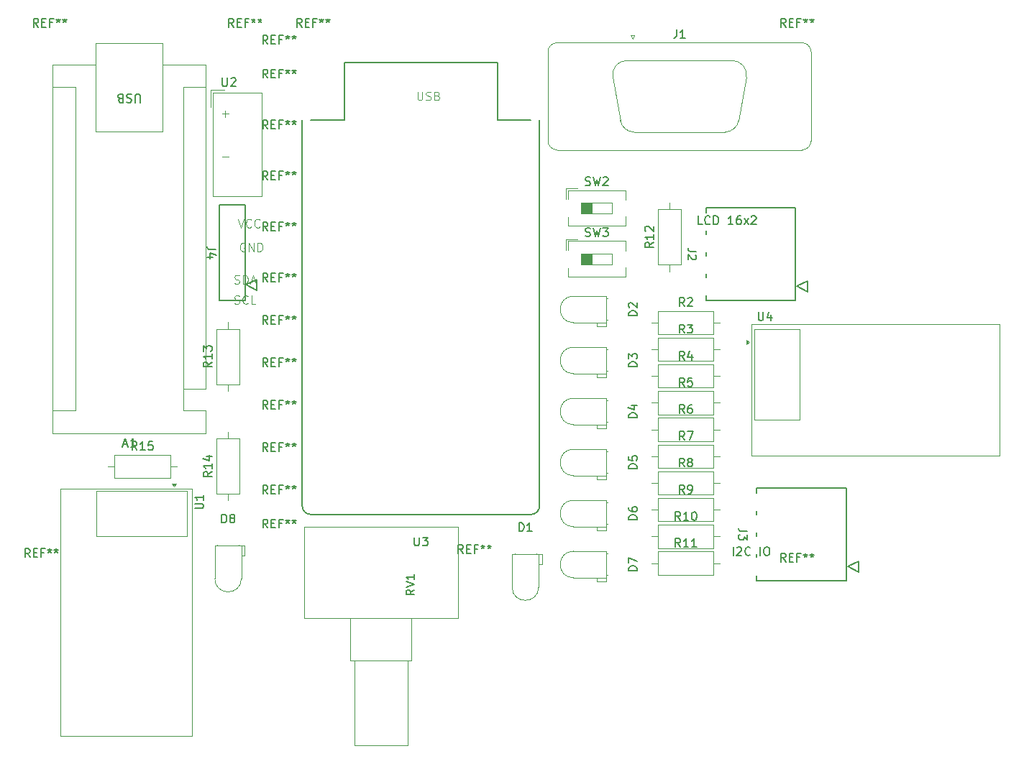
<source format=gto>
G04 #@! TF.GenerationSoftware,KiCad,Pcbnew,9.0.1*
G04 #@! TF.CreationDate,2025-05-15T21:23:48-07:00*
G04 #@! TF.ProjectId,ARDU_RF_TEMP,41524455-5f52-4465-9f54-454d502e6b69,rev?*
G04 #@! TF.SameCoordinates,Original*
G04 #@! TF.FileFunction,Legend,Top*
G04 #@! TF.FilePolarity,Positive*
%FSLAX46Y46*%
G04 Gerber Fmt 4.6, Leading zero omitted, Abs format (unit mm)*
G04 Created by KiCad (PCBNEW 9.0.1) date 2025-05-15 21:23:48*
%MOMM*%
%LPD*%
G01*
G04 APERTURE LIST*
%ADD10C,0.100000*%
%ADD11C,0.200000*%
%ADD12C,0.150000*%
%ADD13C,0.120000*%
%ADD14C,0.127000*%
%ADD15C,0.152400*%
G04 APERTURE END LIST*
D10*
X36756265Y-42444800D02*
X36899122Y-42492419D01*
X36899122Y-42492419D02*
X37137217Y-42492419D01*
X37137217Y-42492419D02*
X37232455Y-42444800D01*
X37232455Y-42444800D02*
X37280074Y-42397180D01*
X37280074Y-42397180D02*
X37327693Y-42301942D01*
X37327693Y-42301942D02*
X37327693Y-42206704D01*
X37327693Y-42206704D02*
X37280074Y-42111466D01*
X37280074Y-42111466D02*
X37232455Y-42063847D01*
X37232455Y-42063847D02*
X37137217Y-42016228D01*
X37137217Y-42016228D02*
X36946741Y-41968609D01*
X36946741Y-41968609D02*
X36851503Y-41920990D01*
X36851503Y-41920990D02*
X36803884Y-41873371D01*
X36803884Y-41873371D02*
X36756265Y-41778133D01*
X36756265Y-41778133D02*
X36756265Y-41682895D01*
X36756265Y-41682895D02*
X36803884Y-41587657D01*
X36803884Y-41587657D02*
X36851503Y-41540038D01*
X36851503Y-41540038D02*
X36946741Y-41492419D01*
X36946741Y-41492419D02*
X37184836Y-41492419D01*
X37184836Y-41492419D02*
X37327693Y-41540038D01*
X37756265Y-42492419D02*
X37756265Y-41492419D01*
X37756265Y-41492419D02*
X37994360Y-41492419D01*
X37994360Y-41492419D02*
X38137217Y-41540038D01*
X38137217Y-41540038D02*
X38232455Y-41635276D01*
X38232455Y-41635276D02*
X38280074Y-41730514D01*
X38280074Y-41730514D02*
X38327693Y-41920990D01*
X38327693Y-41920990D02*
X38327693Y-42063847D01*
X38327693Y-42063847D02*
X38280074Y-42254323D01*
X38280074Y-42254323D02*
X38232455Y-42349561D01*
X38232455Y-42349561D02*
X38137217Y-42444800D01*
X38137217Y-42444800D02*
X37994360Y-42492419D01*
X37994360Y-42492419D02*
X37756265Y-42492419D01*
X38708646Y-42206704D02*
X39184836Y-42206704D01*
X38613408Y-42492419D02*
X38946741Y-41492419D01*
X38946741Y-41492419D02*
X39280074Y-42492419D01*
X37962693Y-37730038D02*
X37867455Y-37682419D01*
X37867455Y-37682419D02*
X37724598Y-37682419D01*
X37724598Y-37682419D02*
X37581741Y-37730038D01*
X37581741Y-37730038D02*
X37486503Y-37825276D01*
X37486503Y-37825276D02*
X37438884Y-37920514D01*
X37438884Y-37920514D02*
X37391265Y-38110990D01*
X37391265Y-38110990D02*
X37391265Y-38253847D01*
X37391265Y-38253847D02*
X37438884Y-38444323D01*
X37438884Y-38444323D02*
X37486503Y-38539561D01*
X37486503Y-38539561D02*
X37581741Y-38634800D01*
X37581741Y-38634800D02*
X37724598Y-38682419D01*
X37724598Y-38682419D02*
X37819836Y-38682419D01*
X37819836Y-38682419D02*
X37962693Y-38634800D01*
X37962693Y-38634800D02*
X38010312Y-38587180D01*
X38010312Y-38587180D02*
X38010312Y-38253847D01*
X38010312Y-38253847D02*
X37819836Y-38253847D01*
X38438884Y-38682419D02*
X38438884Y-37682419D01*
X38438884Y-37682419D02*
X39010312Y-38682419D01*
X39010312Y-38682419D02*
X39010312Y-37682419D01*
X39486503Y-38682419D02*
X39486503Y-37682419D01*
X39486503Y-37682419D02*
X39724598Y-37682419D01*
X39724598Y-37682419D02*
X39867455Y-37730038D01*
X39867455Y-37730038D02*
X39962693Y-37825276D01*
X39962693Y-37825276D02*
X40010312Y-37920514D01*
X40010312Y-37920514D02*
X40057931Y-38110990D01*
X40057931Y-38110990D02*
X40057931Y-38253847D01*
X40057931Y-38253847D02*
X40010312Y-38444323D01*
X40010312Y-38444323D02*
X39962693Y-38539561D01*
X39962693Y-38539561D02*
X39867455Y-38634800D01*
X39867455Y-38634800D02*
X39724598Y-38682419D01*
X39724598Y-38682419D02*
X39486503Y-38682419D01*
X35303884Y-27491466D02*
X36065789Y-27491466D01*
D11*
X95477173Y-74507219D02*
X95477173Y-73507219D01*
X95905744Y-73602457D02*
X95953363Y-73554838D01*
X95953363Y-73554838D02*
X96048601Y-73507219D01*
X96048601Y-73507219D02*
X96286696Y-73507219D01*
X96286696Y-73507219D02*
X96381934Y-73554838D01*
X96381934Y-73554838D02*
X96429553Y-73602457D01*
X96429553Y-73602457D02*
X96477172Y-73697695D01*
X96477172Y-73697695D02*
X96477172Y-73792933D01*
X96477172Y-73792933D02*
X96429553Y-73935790D01*
X96429553Y-73935790D02*
X95858125Y-74507219D01*
X95858125Y-74507219D02*
X96477172Y-74507219D01*
X97477172Y-74411980D02*
X97429553Y-74459600D01*
X97429553Y-74459600D02*
X97286696Y-74507219D01*
X97286696Y-74507219D02*
X97191458Y-74507219D01*
X97191458Y-74507219D02*
X97048601Y-74459600D01*
X97048601Y-74459600D02*
X96953363Y-74364361D01*
X96953363Y-74364361D02*
X96905744Y-74269123D01*
X96905744Y-74269123D02*
X96858125Y-74078647D01*
X96858125Y-74078647D02*
X96858125Y-73935790D01*
X96858125Y-73935790D02*
X96905744Y-73745314D01*
X96905744Y-73745314D02*
X96953363Y-73650076D01*
X96953363Y-73650076D02*
X97048601Y-73554838D01*
X97048601Y-73554838D02*
X97191458Y-73507219D01*
X97191458Y-73507219D02*
X97286696Y-73507219D01*
X97286696Y-73507219D02*
X97429553Y-73554838D01*
X97429553Y-73554838D02*
X97477172Y-73602457D01*
X98667649Y-74507219D02*
X98667649Y-73507219D01*
X99334315Y-73507219D02*
X99524791Y-73507219D01*
X99524791Y-73507219D02*
X99620029Y-73554838D01*
X99620029Y-73554838D02*
X99715267Y-73650076D01*
X99715267Y-73650076D02*
X99762886Y-73840552D01*
X99762886Y-73840552D02*
X99762886Y-74173885D01*
X99762886Y-74173885D02*
X99715267Y-74364361D01*
X99715267Y-74364361D02*
X99620029Y-74459600D01*
X99620029Y-74459600D02*
X99524791Y-74507219D01*
X99524791Y-74507219D02*
X99334315Y-74507219D01*
X99334315Y-74507219D02*
X99239077Y-74459600D01*
X99239077Y-74459600D02*
X99143839Y-74364361D01*
X99143839Y-74364361D02*
X99096220Y-74173885D01*
X99096220Y-74173885D02*
X99096220Y-73840552D01*
X99096220Y-73840552D02*
X99143839Y-73650076D01*
X99143839Y-73650076D02*
X99239077Y-73554838D01*
X99239077Y-73554838D02*
X99334315Y-73507219D01*
D10*
X36756265Y-44824800D02*
X36899122Y-44872419D01*
X36899122Y-44872419D02*
X37137217Y-44872419D01*
X37137217Y-44872419D02*
X37232455Y-44824800D01*
X37232455Y-44824800D02*
X37280074Y-44777180D01*
X37280074Y-44777180D02*
X37327693Y-44681942D01*
X37327693Y-44681942D02*
X37327693Y-44586704D01*
X37327693Y-44586704D02*
X37280074Y-44491466D01*
X37280074Y-44491466D02*
X37232455Y-44443847D01*
X37232455Y-44443847D02*
X37137217Y-44396228D01*
X37137217Y-44396228D02*
X36946741Y-44348609D01*
X36946741Y-44348609D02*
X36851503Y-44300990D01*
X36851503Y-44300990D02*
X36803884Y-44253371D01*
X36803884Y-44253371D02*
X36756265Y-44158133D01*
X36756265Y-44158133D02*
X36756265Y-44062895D01*
X36756265Y-44062895D02*
X36803884Y-43967657D01*
X36803884Y-43967657D02*
X36851503Y-43920038D01*
X36851503Y-43920038D02*
X36946741Y-43872419D01*
X36946741Y-43872419D02*
X37184836Y-43872419D01*
X37184836Y-43872419D02*
X37327693Y-43920038D01*
X38327693Y-44777180D02*
X38280074Y-44824800D01*
X38280074Y-44824800D02*
X38137217Y-44872419D01*
X38137217Y-44872419D02*
X38041979Y-44872419D01*
X38041979Y-44872419D02*
X37899122Y-44824800D01*
X37899122Y-44824800D02*
X37803884Y-44729561D01*
X37803884Y-44729561D02*
X37756265Y-44634323D01*
X37756265Y-44634323D02*
X37708646Y-44443847D01*
X37708646Y-44443847D02*
X37708646Y-44300990D01*
X37708646Y-44300990D02*
X37756265Y-44110514D01*
X37756265Y-44110514D02*
X37803884Y-44015276D01*
X37803884Y-44015276D02*
X37899122Y-43920038D01*
X37899122Y-43920038D02*
X38041979Y-43872419D01*
X38041979Y-43872419D02*
X38137217Y-43872419D01*
X38137217Y-43872419D02*
X38280074Y-43920038D01*
X38280074Y-43920038D02*
X38327693Y-43967657D01*
X39232455Y-44872419D02*
X38756265Y-44872419D01*
X38756265Y-44872419D02*
X38756265Y-43872419D01*
X35303884Y-22491466D02*
X36065789Y-22491466D01*
X35684836Y-22872419D02*
X35684836Y-22110514D01*
D11*
X91845863Y-35507219D02*
X91369673Y-35507219D01*
X91369673Y-35507219D02*
X91369673Y-34507219D01*
X92750625Y-35411980D02*
X92703006Y-35459600D01*
X92703006Y-35459600D02*
X92560149Y-35507219D01*
X92560149Y-35507219D02*
X92464911Y-35507219D01*
X92464911Y-35507219D02*
X92322054Y-35459600D01*
X92322054Y-35459600D02*
X92226816Y-35364361D01*
X92226816Y-35364361D02*
X92179197Y-35269123D01*
X92179197Y-35269123D02*
X92131578Y-35078647D01*
X92131578Y-35078647D02*
X92131578Y-34935790D01*
X92131578Y-34935790D02*
X92179197Y-34745314D01*
X92179197Y-34745314D02*
X92226816Y-34650076D01*
X92226816Y-34650076D02*
X92322054Y-34554838D01*
X92322054Y-34554838D02*
X92464911Y-34507219D01*
X92464911Y-34507219D02*
X92560149Y-34507219D01*
X92560149Y-34507219D02*
X92703006Y-34554838D01*
X92703006Y-34554838D02*
X92750625Y-34602457D01*
X93179197Y-35507219D02*
X93179197Y-34507219D01*
X93179197Y-34507219D02*
X93417292Y-34507219D01*
X93417292Y-34507219D02*
X93560149Y-34554838D01*
X93560149Y-34554838D02*
X93655387Y-34650076D01*
X93655387Y-34650076D02*
X93703006Y-34745314D01*
X93703006Y-34745314D02*
X93750625Y-34935790D01*
X93750625Y-34935790D02*
X93750625Y-35078647D01*
X93750625Y-35078647D02*
X93703006Y-35269123D01*
X93703006Y-35269123D02*
X93655387Y-35364361D01*
X93655387Y-35364361D02*
X93560149Y-35459600D01*
X93560149Y-35459600D02*
X93417292Y-35507219D01*
X93417292Y-35507219D02*
X93179197Y-35507219D01*
X95464911Y-35507219D02*
X94893483Y-35507219D01*
X95179197Y-35507219D02*
X95179197Y-34507219D01*
X95179197Y-34507219D02*
X95083959Y-34650076D01*
X95083959Y-34650076D02*
X94988721Y-34745314D01*
X94988721Y-34745314D02*
X94893483Y-34792933D01*
X96322054Y-34507219D02*
X96131578Y-34507219D01*
X96131578Y-34507219D02*
X96036340Y-34554838D01*
X96036340Y-34554838D02*
X95988721Y-34602457D01*
X95988721Y-34602457D02*
X95893483Y-34745314D01*
X95893483Y-34745314D02*
X95845864Y-34935790D01*
X95845864Y-34935790D02*
X95845864Y-35316742D01*
X95845864Y-35316742D02*
X95893483Y-35411980D01*
X95893483Y-35411980D02*
X95941102Y-35459600D01*
X95941102Y-35459600D02*
X96036340Y-35507219D01*
X96036340Y-35507219D02*
X96226816Y-35507219D01*
X96226816Y-35507219D02*
X96322054Y-35459600D01*
X96322054Y-35459600D02*
X96369673Y-35411980D01*
X96369673Y-35411980D02*
X96417292Y-35316742D01*
X96417292Y-35316742D02*
X96417292Y-35078647D01*
X96417292Y-35078647D02*
X96369673Y-34983409D01*
X96369673Y-34983409D02*
X96322054Y-34935790D01*
X96322054Y-34935790D02*
X96226816Y-34888171D01*
X96226816Y-34888171D02*
X96036340Y-34888171D01*
X96036340Y-34888171D02*
X95941102Y-34935790D01*
X95941102Y-34935790D02*
X95893483Y-34983409D01*
X95893483Y-34983409D02*
X95845864Y-35078647D01*
X96750626Y-35507219D02*
X97274435Y-34840552D01*
X96750626Y-34840552D02*
X97274435Y-35507219D01*
X97607769Y-34602457D02*
X97655388Y-34554838D01*
X97655388Y-34554838D02*
X97750626Y-34507219D01*
X97750626Y-34507219D02*
X97988721Y-34507219D01*
X97988721Y-34507219D02*
X98083959Y-34554838D01*
X98083959Y-34554838D02*
X98131578Y-34602457D01*
X98131578Y-34602457D02*
X98179197Y-34697695D01*
X98179197Y-34697695D02*
X98179197Y-34792933D01*
X98179197Y-34792933D02*
X98131578Y-34935790D01*
X98131578Y-34935790D02*
X97560150Y-35507219D01*
X97560150Y-35507219D02*
X98179197Y-35507219D01*
D10*
X37161027Y-34872419D02*
X37494360Y-35872419D01*
X37494360Y-35872419D02*
X37827693Y-34872419D01*
X38732455Y-35777180D02*
X38684836Y-35824800D01*
X38684836Y-35824800D02*
X38541979Y-35872419D01*
X38541979Y-35872419D02*
X38446741Y-35872419D01*
X38446741Y-35872419D02*
X38303884Y-35824800D01*
X38303884Y-35824800D02*
X38208646Y-35729561D01*
X38208646Y-35729561D02*
X38161027Y-35634323D01*
X38161027Y-35634323D02*
X38113408Y-35443847D01*
X38113408Y-35443847D02*
X38113408Y-35300990D01*
X38113408Y-35300990D02*
X38161027Y-35110514D01*
X38161027Y-35110514D02*
X38208646Y-35015276D01*
X38208646Y-35015276D02*
X38303884Y-34920038D01*
X38303884Y-34920038D02*
X38446741Y-34872419D01*
X38446741Y-34872419D02*
X38541979Y-34872419D01*
X38541979Y-34872419D02*
X38684836Y-34920038D01*
X38684836Y-34920038D02*
X38732455Y-34967657D01*
X39732455Y-35777180D02*
X39684836Y-35824800D01*
X39684836Y-35824800D02*
X39541979Y-35872419D01*
X39541979Y-35872419D02*
X39446741Y-35872419D01*
X39446741Y-35872419D02*
X39303884Y-35824800D01*
X39303884Y-35824800D02*
X39208646Y-35729561D01*
X39208646Y-35729561D02*
X39161027Y-35634323D01*
X39161027Y-35634323D02*
X39113408Y-35443847D01*
X39113408Y-35443847D02*
X39113408Y-35300990D01*
X39113408Y-35300990D02*
X39161027Y-35110514D01*
X39161027Y-35110514D02*
X39208646Y-35015276D01*
X39208646Y-35015276D02*
X39303884Y-34920038D01*
X39303884Y-34920038D02*
X39446741Y-34872419D01*
X39446741Y-34872419D02*
X39541979Y-34872419D01*
X39541979Y-34872419D02*
X39684836Y-34920038D01*
X39684836Y-34920038D02*
X39732455Y-34967657D01*
D12*
X63666666Y-74254819D02*
X63333333Y-73778628D01*
X63095238Y-74254819D02*
X63095238Y-73254819D01*
X63095238Y-73254819D02*
X63476190Y-73254819D01*
X63476190Y-73254819D02*
X63571428Y-73302438D01*
X63571428Y-73302438D02*
X63619047Y-73350057D01*
X63619047Y-73350057D02*
X63666666Y-73445295D01*
X63666666Y-73445295D02*
X63666666Y-73588152D01*
X63666666Y-73588152D02*
X63619047Y-73683390D01*
X63619047Y-73683390D02*
X63571428Y-73731009D01*
X63571428Y-73731009D02*
X63476190Y-73778628D01*
X63476190Y-73778628D02*
X63095238Y-73778628D01*
X64095238Y-73731009D02*
X64428571Y-73731009D01*
X64571428Y-74254819D02*
X64095238Y-74254819D01*
X64095238Y-74254819D02*
X64095238Y-73254819D01*
X64095238Y-73254819D02*
X64571428Y-73254819D01*
X65333333Y-73731009D02*
X65000000Y-73731009D01*
X65000000Y-74254819D02*
X65000000Y-73254819D01*
X65000000Y-73254819D02*
X65476190Y-73254819D01*
X66000000Y-73254819D02*
X66000000Y-73492914D01*
X65761905Y-73397676D02*
X66000000Y-73492914D01*
X66000000Y-73492914D02*
X66238095Y-73397676D01*
X65857143Y-73683390D02*
X66000000Y-73492914D01*
X66000000Y-73492914D02*
X66142857Y-73683390D01*
X66761905Y-73254819D02*
X66761905Y-73492914D01*
X66523810Y-73397676D02*
X66761905Y-73492914D01*
X66761905Y-73492914D02*
X67000000Y-73397676D01*
X66619048Y-73683390D02*
X66761905Y-73492914D01*
X66761905Y-73492914D02*
X66904762Y-73683390D01*
X101666666Y-75254819D02*
X101333333Y-74778628D01*
X101095238Y-75254819D02*
X101095238Y-74254819D01*
X101095238Y-74254819D02*
X101476190Y-74254819D01*
X101476190Y-74254819D02*
X101571428Y-74302438D01*
X101571428Y-74302438D02*
X101619047Y-74350057D01*
X101619047Y-74350057D02*
X101666666Y-74445295D01*
X101666666Y-74445295D02*
X101666666Y-74588152D01*
X101666666Y-74588152D02*
X101619047Y-74683390D01*
X101619047Y-74683390D02*
X101571428Y-74731009D01*
X101571428Y-74731009D02*
X101476190Y-74778628D01*
X101476190Y-74778628D02*
X101095238Y-74778628D01*
X102095238Y-74731009D02*
X102428571Y-74731009D01*
X102571428Y-75254819D02*
X102095238Y-75254819D01*
X102095238Y-75254819D02*
X102095238Y-74254819D01*
X102095238Y-74254819D02*
X102571428Y-74254819D01*
X103333333Y-74731009D02*
X103000000Y-74731009D01*
X103000000Y-75254819D02*
X103000000Y-74254819D01*
X103000000Y-74254819D02*
X103476190Y-74254819D01*
X104000000Y-74254819D02*
X104000000Y-74492914D01*
X103761905Y-74397676D02*
X104000000Y-74492914D01*
X104000000Y-74492914D02*
X104238095Y-74397676D01*
X103857143Y-74683390D02*
X104000000Y-74492914D01*
X104000000Y-74492914D02*
X104142857Y-74683390D01*
X104761905Y-74254819D02*
X104761905Y-74492914D01*
X104523810Y-74397676D02*
X104761905Y-74492914D01*
X104761905Y-74492914D02*
X105000000Y-74397676D01*
X104619048Y-74683390D02*
X104761905Y-74492914D01*
X104761905Y-74492914D02*
X104904762Y-74683390D01*
X101666666Y-12254819D02*
X101333333Y-11778628D01*
X101095238Y-12254819D02*
X101095238Y-11254819D01*
X101095238Y-11254819D02*
X101476190Y-11254819D01*
X101476190Y-11254819D02*
X101571428Y-11302438D01*
X101571428Y-11302438D02*
X101619047Y-11350057D01*
X101619047Y-11350057D02*
X101666666Y-11445295D01*
X101666666Y-11445295D02*
X101666666Y-11588152D01*
X101666666Y-11588152D02*
X101619047Y-11683390D01*
X101619047Y-11683390D02*
X101571428Y-11731009D01*
X101571428Y-11731009D02*
X101476190Y-11778628D01*
X101476190Y-11778628D02*
X101095238Y-11778628D01*
X102095238Y-11731009D02*
X102428571Y-11731009D01*
X102571428Y-12254819D02*
X102095238Y-12254819D01*
X102095238Y-12254819D02*
X102095238Y-11254819D01*
X102095238Y-11254819D02*
X102571428Y-11254819D01*
X103333333Y-11731009D02*
X103000000Y-11731009D01*
X103000000Y-12254819D02*
X103000000Y-11254819D01*
X103000000Y-11254819D02*
X103476190Y-11254819D01*
X104000000Y-11254819D02*
X104000000Y-11492914D01*
X103761905Y-11397676D02*
X104000000Y-11492914D01*
X104000000Y-11492914D02*
X104238095Y-11397676D01*
X103857143Y-11683390D02*
X104000000Y-11492914D01*
X104000000Y-11492914D02*
X104142857Y-11683390D01*
X104761905Y-11254819D02*
X104761905Y-11492914D01*
X104523810Y-11397676D02*
X104761905Y-11492914D01*
X104761905Y-11492914D02*
X105000000Y-11397676D01*
X104619048Y-11683390D02*
X104761905Y-11492914D01*
X104761905Y-11492914D02*
X104904762Y-11683390D01*
X57954819Y-78545238D02*
X57478628Y-78878571D01*
X57954819Y-79116666D02*
X56954819Y-79116666D01*
X56954819Y-79116666D02*
X56954819Y-78735714D01*
X56954819Y-78735714D02*
X57002438Y-78640476D01*
X57002438Y-78640476D02*
X57050057Y-78592857D01*
X57050057Y-78592857D02*
X57145295Y-78545238D01*
X57145295Y-78545238D02*
X57288152Y-78545238D01*
X57288152Y-78545238D02*
X57383390Y-78592857D01*
X57383390Y-78592857D02*
X57431009Y-78640476D01*
X57431009Y-78640476D02*
X57478628Y-78735714D01*
X57478628Y-78735714D02*
X57478628Y-79116666D01*
X56954819Y-78259523D02*
X57954819Y-77926190D01*
X57954819Y-77926190D02*
X56954819Y-77592857D01*
X57954819Y-76735714D02*
X57954819Y-77307142D01*
X57954819Y-77021428D02*
X56954819Y-77021428D01*
X56954819Y-77021428D02*
X57097676Y-77116666D01*
X57097676Y-77116666D02*
X57192914Y-77211904D01*
X57192914Y-77211904D02*
X57240533Y-77307142D01*
X88821666Y-12564819D02*
X88821666Y-13279104D01*
X88821666Y-13279104D02*
X88774047Y-13421961D01*
X88774047Y-13421961D02*
X88678809Y-13517200D01*
X88678809Y-13517200D02*
X88535952Y-13564819D01*
X88535952Y-13564819D02*
X88440714Y-13564819D01*
X89821666Y-13564819D02*
X89250238Y-13564819D01*
X89535952Y-13564819D02*
X89535952Y-12564819D01*
X89535952Y-12564819D02*
X89440714Y-12707676D01*
X89440714Y-12707676D02*
X89345476Y-12802914D01*
X89345476Y-12802914D02*
X89250238Y-12850533D01*
X57938095Y-72369819D02*
X57938095Y-73179342D01*
X57938095Y-73179342D02*
X57985714Y-73274580D01*
X57985714Y-73274580D02*
X58033333Y-73322200D01*
X58033333Y-73322200D02*
X58128571Y-73369819D01*
X58128571Y-73369819D02*
X58319047Y-73369819D01*
X58319047Y-73369819D02*
X58414285Y-73322200D01*
X58414285Y-73322200D02*
X58461904Y-73274580D01*
X58461904Y-73274580D02*
X58509523Y-73179342D01*
X58509523Y-73179342D02*
X58509523Y-72369819D01*
X58890476Y-72369819D02*
X59509523Y-72369819D01*
X59509523Y-72369819D02*
X59176190Y-72750771D01*
X59176190Y-72750771D02*
X59319047Y-72750771D01*
X59319047Y-72750771D02*
X59414285Y-72798390D01*
X59414285Y-72798390D02*
X59461904Y-72846009D01*
X59461904Y-72846009D02*
X59509523Y-72941247D01*
X59509523Y-72941247D02*
X59509523Y-73179342D01*
X59509523Y-73179342D02*
X59461904Y-73274580D01*
X59461904Y-73274580D02*
X59414285Y-73322200D01*
X59414285Y-73322200D02*
X59319047Y-73369819D01*
X59319047Y-73369819D02*
X59033333Y-73369819D01*
X59033333Y-73369819D02*
X58938095Y-73322200D01*
X58938095Y-73322200D02*
X58890476Y-73274580D01*
D10*
X58303884Y-19872419D02*
X58303884Y-20681942D01*
X58303884Y-20681942D02*
X58351503Y-20777180D01*
X58351503Y-20777180D02*
X58399122Y-20824800D01*
X58399122Y-20824800D02*
X58494360Y-20872419D01*
X58494360Y-20872419D02*
X58684836Y-20872419D01*
X58684836Y-20872419D02*
X58780074Y-20824800D01*
X58780074Y-20824800D02*
X58827693Y-20777180D01*
X58827693Y-20777180D02*
X58875312Y-20681942D01*
X58875312Y-20681942D02*
X58875312Y-19872419D01*
X59303884Y-20824800D02*
X59446741Y-20872419D01*
X59446741Y-20872419D02*
X59684836Y-20872419D01*
X59684836Y-20872419D02*
X59780074Y-20824800D01*
X59780074Y-20824800D02*
X59827693Y-20777180D01*
X59827693Y-20777180D02*
X59875312Y-20681942D01*
X59875312Y-20681942D02*
X59875312Y-20586704D01*
X59875312Y-20586704D02*
X59827693Y-20491466D01*
X59827693Y-20491466D02*
X59780074Y-20443847D01*
X59780074Y-20443847D02*
X59684836Y-20396228D01*
X59684836Y-20396228D02*
X59494360Y-20348609D01*
X59494360Y-20348609D02*
X59399122Y-20300990D01*
X59399122Y-20300990D02*
X59351503Y-20253371D01*
X59351503Y-20253371D02*
X59303884Y-20158133D01*
X59303884Y-20158133D02*
X59303884Y-20062895D01*
X59303884Y-20062895D02*
X59351503Y-19967657D01*
X59351503Y-19967657D02*
X59399122Y-19920038D01*
X59399122Y-19920038D02*
X59494360Y-19872419D01*
X59494360Y-19872419D02*
X59732455Y-19872419D01*
X59732455Y-19872419D02*
X59875312Y-19920038D01*
X60637217Y-20348609D02*
X60780074Y-20396228D01*
X60780074Y-20396228D02*
X60827693Y-20443847D01*
X60827693Y-20443847D02*
X60875312Y-20539085D01*
X60875312Y-20539085D02*
X60875312Y-20681942D01*
X60875312Y-20681942D02*
X60827693Y-20777180D01*
X60827693Y-20777180D02*
X60780074Y-20824800D01*
X60780074Y-20824800D02*
X60684836Y-20872419D01*
X60684836Y-20872419D02*
X60303884Y-20872419D01*
X60303884Y-20872419D02*
X60303884Y-19872419D01*
X60303884Y-19872419D02*
X60637217Y-19872419D01*
X60637217Y-19872419D02*
X60732455Y-19920038D01*
X60732455Y-19920038D02*
X60780074Y-19967657D01*
X60780074Y-19967657D02*
X60827693Y-20062895D01*
X60827693Y-20062895D02*
X60827693Y-20158133D01*
X60827693Y-20158133D02*
X60780074Y-20253371D01*
X60780074Y-20253371D02*
X60732455Y-20300990D01*
X60732455Y-20300990D02*
X60637217Y-20348609D01*
X60637217Y-20348609D02*
X60303884Y-20348609D01*
D12*
X89733333Y-45152319D02*
X89400000Y-44676128D01*
X89161905Y-45152319D02*
X89161905Y-44152319D01*
X89161905Y-44152319D02*
X89542857Y-44152319D01*
X89542857Y-44152319D02*
X89638095Y-44199938D01*
X89638095Y-44199938D02*
X89685714Y-44247557D01*
X89685714Y-44247557D02*
X89733333Y-44342795D01*
X89733333Y-44342795D02*
X89733333Y-44485652D01*
X89733333Y-44485652D02*
X89685714Y-44580890D01*
X89685714Y-44580890D02*
X89638095Y-44628509D01*
X89638095Y-44628509D02*
X89542857Y-44676128D01*
X89542857Y-44676128D02*
X89161905Y-44676128D01*
X90114286Y-44247557D02*
X90161905Y-44199938D01*
X90161905Y-44199938D02*
X90257143Y-44152319D01*
X90257143Y-44152319D02*
X90495238Y-44152319D01*
X90495238Y-44152319D02*
X90590476Y-44199938D01*
X90590476Y-44199938D02*
X90638095Y-44247557D01*
X90638095Y-44247557D02*
X90685714Y-44342795D01*
X90685714Y-44342795D02*
X90685714Y-44438033D01*
X90685714Y-44438033D02*
X90638095Y-44580890D01*
X90638095Y-44580890D02*
X90066667Y-45152319D01*
X90066667Y-45152319D02*
X90685714Y-45152319D01*
X84149819Y-64285594D02*
X83149819Y-64285594D01*
X83149819Y-64285594D02*
X83149819Y-64047499D01*
X83149819Y-64047499D02*
X83197438Y-63904642D01*
X83197438Y-63904642D02*
X83292676Y-63809404D01*
X83292676Y-63809404D02*
X83387914Y-63761785D01*
X83387914Y-63761785D02*
X83578390Y-63714166D01*
X83578390Y-63714166D02*
X83721247Y-63714166D01*
X83721247Y-63714166D02*
X83911723Y-63761785D01*
X83911723Y-63761785D02*
X84006961Y-63809404D01*
X84006961Y-63809404D02*
X84102200Y-63904642D01*
X84102200Y-63904642D02*
X84149819Y-64047499D01*
X84149819Y-64047499D02*
X84149819Y-64285594D01*
X83149819Y-62809404D02*
X83149819Y-63285594D01*
X83149819Y-63285594D02*
X83626009Y-63333213D01*
X83626009Y-63333213D02*
X83578390Y-63285594D01*
X83578390Y-63285594D02*
X83530771Y-63190356D01*
X83530771Y-63190356D02*
X83530771Y-62952261D01*
X83530771Y-62952261D02*
X83578390Y-62857023D01*
X83578390Y-62857023D02*
X83626009Y-62809404D01*
X83626009Y-62809404D02*
X83721247Y-62761785D01*
X83721247Y-62761785D02*
X83959342Y-62761785D01*
X83959342Y-62761785D02*
X84054580Y-62809404D01*
X84054580Y-62809404D02*
X84102200Y-62857023D01*
X84102200Y-62857023D02*
X84149819Y-62952261D01*
X84149819Y-62952261D02*
X84149819Y-63190356D01*
X84149819Y-63190356D02*
X84102200Y-63285594D01*
X84102200Y-63285594D02*
X84054580Y-63333213D01*
X78071667Y-30877200D02*
X78214524Y-30924819D01*
X78214524Y-30924819D02*
X78452619Y-30924819D01*
X78452619Y-30924819D02*
X78547857Y-30877200D01*
X78547857Y-30877200D02*
X78595476Y-30829580D01*
X78595476Y-30829580D02*
X78643095Y-30734342D01*
X78643095Y-30734342D02*
X78643095Y-30639104D01*
X78643095Y-30639104D02*
X78595476Y-30543866D01*
X78595476Y-30543866D02*
X78547857Y-30496247D01*
X78547857Y-30496247D02*
X78452619Y-30448628D01*
X78452619Y-30448628D02*
X78262143Y-30401009D01*
X78262143Y-30401009D02*
X78166905Y-30353390D01*
X78166905Y-30353390D02*
X78119286Y-30305771D01*
X78119286Y-30305771D02*
X78071667Y-30210533D01*
X78071667Y-30210533D02*
X78071667Y-30115295D01*
X78071667Y-30115295D02*
X78119286Y-30020057D01*
X78119286Y-30020057D02*
X78166905Y-29972438D01*
X78166905Y-29972438D02*
X78262143Y-29924819D01*
X78262143Y-29924819D02*
X78500238Y-29924819D01*
X78500238Y-29924819D02*
X78643095Y-29972438D01*
X78976429Y-29924819D02*
X79214524Y-30924819D01*
X79214524Y-30924819D02*
X79405000Y-30210533D01*
X79405000Y-30210533D02*
X79595476Y-30924819D01*
X79595476Y-30924819D02*
X79833572Y-29924819D01*
X80166905Y-30020057D02*
X80214524Y-29972438D01*
X80214524Y-29972438D02*
X80309762Y-29924819D01*
X80309762Y-29924819D02*
X80547857Y-29924819D01*
X80547857Y-29924819D02*
X80643095Y-29972438D01*
X80643095Y-29972438D02*
X80690714Y-30020057D01*
X80690714Y-30020057D02*
X80738333Y-30115295D01*
X80738333Y-30115295D02*
X80738333Y-30210533D01*
X80738333Y-30210533D02*
X80690714Y-30353390D01*
X80690714Y-30353390D02*
X80119286Y-30924819D01*
X80119286Y-30924819D02*
X80738333Y-30924819D01*
X34084819Y-51722857D02*
X33608628Y-52056190D01*
X34084819Y-52294285D02*
X33084819Y-52294285D01*
X33084819Y-52294285D02*
X33084819Y-51913333D01*
X33084819Y-51913333D02*
X33132438Y-51818095D01*
X33132438Y-51818095D02*
X33180057Y-51770476D01*
X33180057Y-51770476D02*
X33275295Y-51722857D01*
X33275295Y-51722857D02*
X33418152Y-51722857D01*
X33418152Y-51722857D02*
X33513390Y-51770476D01*
X33513390Y-51770476D02*
X33561009Y-51818095D01*
X33561009Y-51818095D02*
X33608628Y-51913333D01*
X33608628Y-51913333D02*
X33608628Y-52294285D01*
X34084819Y-50770476D02*
X34084819Y-51341904D01*
X34084819Y-51056190D02*
X33084819Y-51056190D01*
X33084819Y-51056190D02*
X33227676Y-51151428D01*
X33227676Y-51151428D02*
X33322914Y-51246666D01*
X33322914Y-51246666D02*
X33370533Y-51341904D01*
X33084819Y-50437142D02*
X33084819Y-49818095D01*
X33084819Y-49818095D02*
X33465771Y-50151428D01*
X33465771Y-50151428D02*
X33465771Y-50008571D01*
X33465771Y-50008571D02*
X33513390Y-49913333D01*
X33513390Y-49913333D02*
X33561009Y-49865714D01*
X33561009Y-49865714D02*
X33656247Y-49818095D01*
X33656247Y-49818095D02*
X33894342Y-49818095D01*
X33894342Y-49818095D02*
X33989580Y-49865714D01*
X33989580Y-49865714D02*
X34037200Y-49913333D01*
X34037200Y-49913333D02*
X34084819Y-50008571D01*
X34084819Y-50008571D02*
X34084819Y-50294285D01*
X34084819Y-50294285D02*
X34037200Y-50389523D01*
X34037200Y-50389523D02*
X33989580Y-50437142D01*
X84149819Y-76305594D02*
X83149819Y-76305594D01*
X83149819Y-76305594D02*
X83149819Y-76067499D01*
X83149819Y-76067499D02*
X83197438Y-75924642D01*
X83197438Y-75924642D02*
X83292676Y-75829404D01*
X83292676Y-75829404D02*
X83387914Y-75781785D01*
X83387914Y-75781785D02*
X83578390Y-75734166D01*
X83578390Y-75734166D02*
X83721247Y-75734166D01*
X83721247Y-75734166D02*
X83911723Y-75781785D01*
X83911723Y-75781785D02*
X84006961Y-75829404D01*
X84006961Y-75829404D02*
X84102200Y-75924642D01*
X84102200Y-75924642D02*
X84149819Y-76067499D01*
X84149819Y-76067499D02*
X84149819Y-76305594D01*
X83149819Y-75400832D02*
X83149819Y-74734166D01*
X83149819Y-74734166D02*
X84149819Y-75162737D01*
X44666666Y-12254819D02*
X44333333Y-11778628D01*
X44095238Y-12254819D02*
X44095238Y-11254819D01*
X44095238Y-11254819D02*
X44476190Y-11254819D01*
X44476190Y-11254819D02*
X44571428Y-11302438D01*
X44571428Y-11302438D02*
X44619047Y-11350057D01*
X44619047Y-11350057D02*
X44666666Y-11445295D01*
X44666666Y-11445295D02*
X44666666Y-11588152D01*
X44666666Y-11588152D02*
X44619047Y-11683390D01*
X44619047Y-11683390D02*
X44571428Y-11731009D01*
X44571428Y-11731009D02*
X44476190Y-11778628D01*
X44476190Y-11778628D02*
X44095238Y-11778628D01*
X45095238Y-11731009D02*
X45428571Y-11731009D01*
X45571428Y-12254819D02*
X45095238Y-12254819D01*
X45095238Y-12254819D02*
X45095238Y-11254819D01*
X45095238Y-11254819D02*
X45571428Y-11254819D01*
X46333333Y-11731009D02*
X46000000Y-11731009D01*
X46000000Y-12254819D02*
X46000000Y-11254819D01*
X46000000Y-11254819D02*
X46476190Y-11254819D01*
X47000000Y-11254819D02*
X47000000Y-11492914D01*
X46761905Y-11397676D02*
X47000000Y-11492914D01*
X47000000Y-11492914D02*
X47238095Y-11397676D01*
X46857143Y-11683390D02*
X47000000Y-11492914D01*
X47000000Y-11492914D02*
X47142857Y-11683390D01*
X47761905Y-11254819D02*
X47761905Y-11492914D01*
X47523810Y-11397676D02*
X47761905Y-11492914D01*
X47761905Y-11492914D02*
X48000000Y-11397676D01*
X47619048Y-11683390D02*
X47761905Y-11492914D01*
X47761905Y-11492914D02*
X47904762Y-11683390D01*
X84149819Y-46255594D02*
X83149819Y-46255594D01*
X83149819Y-46255594D02*
X83149819Y-46017499D01*
X83149819Y-46017499D02*
X83197438Y-45874642D01*
X83197438Y-45874642D02*
X83292676Y-45779404D01*
X83292676Y-45779404D02*
X83387914Y-45731785D01*
X83387914Y-45731785D02*
X83578390Y-45684166D01*
X83578390Y-45684166D02*
X83721247Y-45684166D01*
X83721247Y-45684166D02*
X83911723Y-45731785D01*
X83911723Y-45731785D02*
X84006961Y-45779404D01*
X84006961Y-45779404D02*
X84102200Y-45874642D01*
X84102200Y-45874642D02*
X84149819Y-46017499D01*
X84149819Y-46017499D02*
X84149819Y-46255594D01*
X83245057Y-45303213D02*
X83197438Y-45255594D01*
X83197438Y-45255594D02*
X83149819Y-45160356D01*
X83149819Y-45160356D02*
X83149819Y-44922261D01*
X83149819Y-44922261D02*
X83197438Y-44827023D01*
X83197438Y-44827023D02*
X83245057Y-44779404D01*
X83245057Y-44779404D02*
X83340295Y-44731785D01*
X83340295Y-44731785D02*
X83435533Y-44731785D01*
X83435533Y-44731785D02*
X83578390Y-44779404D01*
X83578390Y-44779404D02*
X84149819Y-45350832D01*
X84149819Y-45350832D02*
X84149819Y-44731785D01*
X89733333Y-51452319D02*
X89400000Y-50976128D01*
X89161905Y-51452319D02*
X89161905Y-50452319D01*
X89161905Y-50452319D02*
X89542857Y-50452319D01*
X89542857Y-50452319D02*
X89638095Y-50499938D01*
X89638095Y-50499938D02*
X89685714Y-50547557D01*
X89685714Y-50547557D02*
X89733333Y-50642795D01*
X89733333Y-50642795D02*
X89733333Y-50785652D01*
X89733333Y-50785652D02*
X89685714Y-50880890D01*
X89685714Y-50880890D02*
X89638095Y-50928509D01*
X89638095Y-50928509D02*
X89542857Y-50976128D01*
X89542857Y-50976128D02*
X89161905Y-50976128D01*
X90590476Y-50785652D02*
X90590476Y-51452319D01*
X90352381Y-50404700D02*
X90114286Y-51118985D01*
X90114286Y-51118985D02*
X90733333Y-51118985D01*
X89733333Y-57752319D02*
X89400000Y-57276128D01*
X89161905Y-57752319D02*
X89161905Y-56752319D01*
X89161905Y-56752319D02*
X89542857Y-56752319D01*
X89542857Y-56752319D02*
X89638095Y-56799938D01*
X89638095Y-56799938D02*
X89685714Y-56847557D01*
X89685714Y-56847557D02*
X89733333Y-56942795D01*
X89733333Y-56942795D02*
X89733333Y-57085652D01*
X89733333Y-57085652D02*
X89685714Y-57180890D01*
X89685714Y-57180890D02*
X89638095Y-57228509D01*
X89638095Y-57228509D02*
X89542857Y-57276128D01*
X89542857Y-57276128D02*
X89161905Y-57276128D01*
X90590476Y-56752319D02*
X90400000Y-56752319D01*
X90400000Y-56752319D02*
X90304762Y-56799938D01*
X90304762Y-56799938D02*
X90257143Y-56847557D01*
X90257143Y-56847557D02*
X90161905Y-56990414D01*
X90161905Y-56990414D02*
X90114286Y-57180890D01*
X90114286Y-57180890D02*
X90114286Y-57561842D01*
X90114286Y-57561842D02*
X90161905Y-57657080D01*
X90161905Y-57657080D02*
X90209524Y-57704700D01*
X90209524Y-57704700D02*
X90304762Y-57752319D01*
X90304762Y-57752319D02*
X90495238Y-57752319D01*
X90495238Y-57752319D02*
X90590476Y-57704700D01*
X90590476Y-57704700D02*
X90638095Y-57657080D01*
X90638095Y-57657080D02*
X90685714Y-57561842D01*
X90685714Y-57561842D02*
X90685714Y-57323747D01*
X90685714Y-57323747D02*
X90638095Y-57228509D01*
X90638095Y-57228509D02*
X90590476Y-57180890D01*
X90590476Y-57180890D02*
X90495238Y-57133271D01*
X90495238Y-57133271D02*
X90304762Y-57133271D01*
X90304762Y-57133271D02*
X90209524Y-57180890D01*
X90209524Y-57180890D02*
X90161905Y-57228509D01*
X90161905Y-57228509D02*
X90114286Y-57323747D01*
X23665714Y-61409104D02*
X24141904Y-61409104D01*
X23570476Y-61694819D02*
X23903809Y-60694819D01*
X23903809Y-60694819D02*
X24237142Y-61694819D01*
X25094285Y-61694819D02*
X24522857Y-61694819D01*
X24808571Y-61694819D02*
X24808571Y-60694819D01*
X24808571Y-60694819D02*
X24713333Y-60837676D01*
X24713333Y-60837676D02*
X24618095Y-60932914D01*
X24618095Y-60932914D02*
X24522857Y-60980533D01*
X25641904Y-21145180D02*
X25641904Y-20335657D01*
X25641904Y-20335657D02*
X25594285Y-20240419D01*
X25594285Y-20240419D02*
X25546666Y-20192800D01*
X25546666Y-20192800D02*
X25451428Y-20145180D01*
X25451428Y-20145180D02*
X25260952Y-20145180D01*
X25260952Y-20145180D02*
X25165714Y-20192800D01*
X25165714Y-20192800D02*
X25118095Y-20240419D01*
X25118095Y-20240419D02*
X25070476Y-20335657D01*
X25070476Y-20335657D02*
X25070476Y-21145180D01*
X24641904Y-20192800D02*
X24499047Y-20145180D01*
X24499047Y-20145180D02*
X24260952Y-20145180D01*
X24260952Y-20145180D02*
X24165714Y-20192800D01*
X24165714Y-20192800D02*
X24118095Y-20240419D01*
X24118095Y-20240419D02*
X24070476Y-20335657D01*
X24070476Y-20335657D02*
X24070476Y-20430895D01*
X24070476Y-20430895D02*
X24118095Y-20526133D01*
X24118095Y-20526133D02*
X24165714Y-20573752D01*
X24165714Y-20573752D02*
X24260952Y-20621371D01*
X24260952Y-20621371D02*
X24451428Y-20668990D01*
X24451428Y-20668990D02*
X24546666Y-20716609D01*
X24546666Y-20716609D02*
X24594285Y-20764228D01*
X24594285Y-20764228D02*
X24641904Y-20859466D01*
X24641904Y-20859466D02*
X24641904Y-20954704D01*
X24641904Y-20954704D02*
X24594285Y-21049942D01*
X24594285Y-21049942D02*
X24546666Y-21097561D01*
X24546666Y-21097561D02*
X24451428Y-21145180D01*
X24451428Y-21145180D02*
X24213333Y-21145180D01*
X24213333Y-21145180D02*
X24070476Y-21097561D01*
X23308571Y-20668990D02*
X23165714Y-20621371D01*
X23165714Y-20621371D02*
X23118095Y-20573752D01*
X23118095Y-20573752D02*
X23070476Y-20478514D01*
X23070476Y-20478514D02*
X23070476Y-20335657D01*
X23070476Y-20335657D02*
X23118095Y-20240419D01*
X23118095Y-20240419D02*
X23165714Y-20192800D01*
X23165714Y-20192800D02*
X23260952Y-20145180D01*
X23260952Y-20145180D02*
X23641904Y-20145180D01*
X23641904Y-20145180D02*
X23641904Y-21145180D01*
X23641904Y-21145180D02*
X23308571Y-21145180D01*
X23308571Y-21145180D02*
X23213333Y-21097561D01*
X23213333Y-21097561D02*
X23165714Y-21049942D01*
X23165714Y-21049942D02*
X23118095Y-20954704D01*
X23118095Y-20954704D02*
X23118095Y-20859466D01*
X23118095Y-20859466D02*
X23165714Y-20764228D01*
X23165714Y-20764228D02*
X23213333Y-20716609D01*
X23213333Y-20716609D02*
X23308571Y-20668990D01*
X23308571Y-20668990D02*
X23641904Y-20668990D01*
X35335595Y-18242319D02*
X35335595Y-19051842D01*
X35335595Y-19051842D02*
X35383214Y-19147080D01*
X35383214Y-19147080D02*
X35430833Y-19194700D01*
X35430833Y-19194700D02*
X35526071Y-19242319D01*
X35526071Y-19242319D02*
X35716547Y-19242319D01*
X35716547Y-19242319D02*
X35811785Y-19194700D01*
X35811785Y-19194700D02*
X35859404Y-19147080D01*
X35859404Y-19147080D02*
X35907023Y-19051842D01*
X35907023Y-19051842D02*
X35907023Y-18242319D01*
X36335595Y-18337557D02*
X36383214Y-18289938D01*
X36383214Y-18289938D02*
X36478452Y-18242319D01*
X36478452Y-18242319D02*
X36716547Y-18242319D01*
X36716547Y-18242319D02*
X36811785Y-18289938D01*
X36811785Y-18289938D02*
X36859404Y-18337557D01*
X36859404Y-18337557D02*
X36907023Y-18432795D01*
X36907023Y-18432795D02*
X36907023Y-18528033D01*
X36907023Y-18528033D02*
X36859404Y-18670890D01*
X36859404Y-18670890D02*
X36287976Y-19242319D01*
X36287976Y-19242319D02*
X36907023Y-19242319D01*
X34084819Y-64642857D02*
X33608628Y-64976190D01*
X34084819Y-65214285D02*
X33084819Y-65214285D01*
X33084819Y-65214285D02*
X33084819Y-64833333D01*
X33084819Y-64833333D02*
X33132438Y-64738095D01*
X33132438Y-64738095D02*
X33180057Y-64690476D01*
X33180057Y-64690476D02*
X33275295Y-64642857D01*
X33275295Y-64642857D02*
X33418152Y-64642857D01*
X33418152Y-64642857D02*
X33513390Y-64690476D01*
X33513390Y-64690476D02*
X33561009Y-64738095D01*
X33561009Y-64738095D02*
X33608628Y-64833333D01*
X33608628Y-64833333D02*
X33608628Y-65214285D01*
X34084819Y-63690476D02*
X34084819Y-64261904D01*
X34084819Y-63976190D02*
X33084819Y-63976190D01*
X33084819Y-63976190D02*
X33227676Y-64071428D01*
X33227676Y-64071428D02*
X33322914Y-64166666D01*
X33322914Y-64166666D02*
X33370533Y-64261904D01*
X33418152Y-62833333D02*
X34084819Y-62833333D01*
X33037200Y-63071428D02*
X33751485Y-63309523D01*
X33751485Y-63309523D02*
X33751485Y-62690476D01*
X89733333Y-48302319D02*
X89400000Y-47826128D01*
X89161905Y-48302319D02*
X89161905Y-47302319D01*
X89161905Y-47302319D02*
X89542857Y-47302319D01*
X89542857Y-47302319D02*
X89638095Y-47349938D01*
X89638095Y-47349938D02*
X89685714Y-47397557D01*
X89685714Y-47397557D02*
X89733333Y-47492795D01*
X89733333Y-47492795D02*
X89733333Y-47635652D01*
X89733333Y-47635652D02*
X89685714Y-47730890D01*
X89685714Y-47730890D02*
X89638095Y-47778509D01*
X89638095Y-47778509D02*
X89542857Y-47826128D01*
X89542857Y-47826128D02*
X89161905Y-47826128D01*
X90066667Y-47302319D02*
X90685714Y-47302319D01*
X90685714Y-47302319D02*
X90352381Y-47683271D01*
X90352381Y-47683271D02*
X90495238Y-47683271D01*
X90495238Y-47683271D02*
X90590476Y-47730890D01*
X90590476Y-47730890D02*
X90638095Y-47778509D01*
X90638095Y-47778509D02*
X90685714Y-47873747D01*
X90685714Y-47873747D02*
X90685714Y-48111842D01*
X90685714Y-48111842D02*
X90638095Y-48207080D01*
X90638095Y-48207080D02*
X90590476Y-48254700D01*
X90590476Y-48254700D02*
X90495238Y-48302319D01*
X90495238Y-48302319D02*
X90209524Y-48302319D01*
X90209524Y-48302319D02*
X90114286Y-48254700D01*
X90114286Y-48254700D02*
X90066667Y-48207080D01*
X70261905Y-71659819D02*
X70261905Y-70659819D01*
X70261905Y-70659819D02*
X70500000Y-70659819D01*
X70500000Y-70659819D02*
X70642857Y-70707438D01*
X70642857Y-70707438D02*
X70738095Y-70802676D01*
X70738095Y-70802676D02*
X70785714Y-70897914D01*
X70785714Y-70897914D02*
X70833333Y-71088390D01*
X70833333Y-71088390D02*
X70833333Y-71231247D01*
X70833333Y-71231247D02*
X70785714Y-71421723D01*
X70785714Y-71421723D02*
X70738095Y-71516961D01*
X70738095Y-71516961D02*
X70642857Y-71612200D01*
X70642857Y-71612200D02*
X70500000Y-71659819D01*
X70500000Y-71659819D02*
X70261905Y-71659819D01*
X71785714Y-71659819D02*
X71214286Y-71659819D01*
X71500000Y-71659819D02*
X71500000Y-70659819D01*
X71500000Y-70659819D02*
X71404762Y-70802676D01*
X71404762Y-70802676D02*
X71309524Y-70897914D01*
X71309524Y-70897914D02*
X71214286Y-70945533D01*
X89733333Y-67202319D02*
X89400000Y-66726128D01*
X89161905Y-67202319D02*
X89161905Y-66202319D01*
X89161905Y-66202319D02*
X89542857Y-66202319D01*
X89542857Y-66202319D02*
X89638095Y-66249938D01*
X89638095Y-66249938D02*
X89685714Y-66297557D01*
X89685714Y-66297557D02*
X89733333Y-66392795D01*
X89733333Y-66392795D02*
X89733333Y-66535652D01*
X89733333Y-66535652D02*
X89685714Y-66630890D01*
X89685714Y-66630890D02*
X89638095Y-66678509D01*
X89638095Y-66678509D02*
X89542857Y-66726128D01*
X89542857Y-66726128D02*
X89161905Y-66726128D01*
X90209524Y-67202319D02*
X90400000Y-67202319D01*
X90400000Y-67202319D02*
X90495238Y-67154700D01*
X90495238Y-67154700D02*
X90542857Y-67107080D01*
X90542857Y-67107080D02*
X90638095Y-66964223D01*
X90638095Y-66964223D02*
X90685714Y-66773747D01*
X90685714Y-66773747D02*
X90685714Y-66392795D01*
X90685714Y-66392795D02*
X90638095Y-66297557D01*
X90638095Y-66297557D02*
X90590476Y-66249938D01*
X90590476Y-66249938D02*
X90495238Y-66202319D01*
X90495238Y-66202319D02*
X90304762Y-66202319D01*
X90304762Y-66202319D02*
X90209524Y-66249938D01*
X90209524Y-66249938D02*
X90161905Y-66297557D01*
X90161905Y-66297557D02*
X90114286Y-66392795D01*
X90114286Y-66392795D02*
X90114286Y-66630890D01*
X90114286Y-66630890D02*
X90161905Y-66726128D01*
X90161905Y-66726128D02*
X90209524Y-66773747D01*
X90209524Y-66773747D02*
X90304762Y-66821366D01*
X90304762Y-66821366D02*
X90495238Y-66821366D01*
X90495238Y-66821366D02*
X90590476Y-66773747D01*
X90590476Y-66773747D02*
X90638095Y-66726128D01*
X90638095Y-66726128D02*
X90685714Y-66630890D01*
X40666666Y-71254819D02*
X40333333Y-70778628D01*
X40095238Y-71254819D02*
X40095238Y-70254819D01*
X40095238Y-70254819D02*
X40476190Y-70254819D01*
X40476190Y-70254819D02*
X40571428Y-70302438D01*
X40571428Y-70302438D02*
X40619047Y-70350057D01*
X40619047Y-70350057D02*
X40666666Y-70445295D01*
X40666666Y-70445295D02*
X40666666Y-70588152D01*
X40666666Y-70588152D02*
X40619047Y-70683390D01*
X40619047Y-70683390D02*
X40571428Y-70731009D01*
X40571428Y-70731009D02*
X40476190Y-70778628D01*
X40476190Y-70778628D02*
X40095238Y-70778628D01*
X41095238Y-70731009D02*
X41428571Y-70731009D01*
X41571428Y-71254819D02*
X41095238Y-71254819D01*
X41095238Y-71254819D02*
X41095238Y-70254819D01*
X41095238Y-70254819D02*
X41571428Y-70254819D01*
X42333333Y-70731009D02*
X42000000Y-70731009D01*
X42000000Y-71254819D02*
X42000000Y-70254819D01*
X42000000Y-70254819D02*
X42476190Y-70254819D01*
X43000000Y-70254819D02*
X43000000Y-70492914D01*
X42761905Y-70397676D02*
X43000000Y-70492914D01*
X43000000Y-70492914D02*
X43238095Y-70397676D01*
X42857143Y-70683390D02*
X43000000Y-70492914D01*
X43000000Y-70492914D02*
X43142857Y-70683390D01*
X43761905Y-70254819D02*
X43761905Y-70492914D01*
X43523810Y-70397676D02*
X43761905Y-70492914D01*
X43761905Y-70492914D02*
X44000000Y-70397676D01*
X43619048Y-70683390D02*
X43761905Y-70492914D01*
X43761905Y-70492914D02*
X43904762Y-70683390D01*
X36666666Y-12254819D02*
X36333333Y-11778628D01*
X36095238Y-12254819D02*
X36095238Y-11254819D01*
X36095238Y-11254819D02*
X36476190Y-11254819D01*
X36476190Y-11254819D02*
X36571428Y-11302438D01*
X36571428Y-11302438D02*
X36619047Y-11350057D01*
X36619047Y-11350057D02*
X36666666Y-11445295D01*
X36666666Y-11445295D02*
X36666666Y-11588152D01*
X36666666Y-11588152D02*
X36619047Y-11683390D01*
X36619047Y-11683390D02*
X36571428Y-11731009D01*
X36571428Y-11731009D02*
X36476190Y-11778628D01*
X36476190Y-11778628D02*
X36095238Y-11778628D01*
X37095238Y-11731009D02*
X37428571Y-11731009D01*
X37571428Y-12254819D02*
X37095238Y-12254819D01*
X37095238Y-12254819D02*
X37095238Y-11254819D01*
X37095238Y-11254819D02*
X37571428Y-11254819D01*
X38333333Y-11731009D02*
X38000000Y-11731009D01*
X38000000Y-12254819D02*
X38000000Y-11254819D01*
X38000000Y-11254819D02*
X38476190Y-11254819D01*
X39000000Y-11254819D02*
X39000000Y-11492914D01*
X38761905Y-11397676D02*
X39000000Y-11492914D01*
X39000000Y-11492914D02*
X39238095Y-11397676D01*
X38857143Y-11683390D02*
X39000000Y-11492914D01*
X39000000Y-11492914D02*
X39142857Y-11683390D01*
X39761905Y-11254819D02*
X39761905Y-11492914D01*
X39523810Y-11397676D02*
X39761905Y-11492914D01*
X39761905Y-11492914D02*
X40000000Y-11397676D01*
X39619048Y-11683390D02*
X39761905Y-11492914D01*
X39761905Y-11492914D02*
X39904762Y-11683390D01*
X40666666Y-14254819D02*
X40333333Y-13778628D01*
X40095238Y-14254819D02*
X40095238Y-13254819D01*
X40095238Y-13254819D02*
X40476190Y-13254819D01*
X40476190Y-13254819D02*
X40571428Y-13302438D01*
X40571428Y-13302438D02*
X40619047Y-13350057D01*
X40619047Y-13350057D02*
X40666666Y-13445295D01*
X40666666Y-13445295D02*
X40666666Y-13588152D01*
X40666666Y-13588152D02*
X40619047Y-13683390D01*
X40619047Y-13683390D02*
X40571428Y-13731009D01*
X40571428Y-13731009D02*
X40476190Y-13778628D01*
X40476190Y-13778628D02*
X40095238Y-13778628D01*
X41095238Y-13731009D02*
X41428571Y-13731009D01*
X41571428Y-14254819D02*
X41095238Y-14254819D01*
X41095238Y-14254819D02*
X41095238Y-13254819D01*
X41095238Y-13254819D02*
X41571428Y-13254819D01*
X42333333Y-13731009D02*
X42000000Y-13731009D01*
X42000000Y-14254819D02*
X42000000Y-13254819D01*
X42000000Y-13254819D02*
X42476190Y-13254819D01*
X43000000Y-13254819D02*
X43000000Y-13492914D01*
X42761905Y-13397676D02*
X43000000Y-13492914D01*
X43000000Y-13492914D02*
X43238095Y-13397676D01*
X42857143Y-13683390D02*
X43000000Y-13492914D01*
X43000000Y-13492914D02*
X43142857Y-13683390D01*
X43761905Y-13254819D02*
X43761905Y-13492914D01*
X43523810Y-13397676D02*
X43761905Y-13492914D01*
X43761905Y-13492914D02*
X44000000Y-13397676D01*
X43619048Y-13683390D02*
X43761905Y-13492914D01*
X43761905Y-13492914D02*
X43904762Y-13683390D01*
X12666666Y-74714819D02*
X12333333Y-74238628D01*
X12095238Y-74714819D02*
X12095238Y-73714819D01*
X12095238Y-73714819D02*
X12476190Y-73714819D01*
X12476190Y-73714819D02*
X12571428Y-73762438D01*
X12571428Y-73762438D02*
X12619047Y-73810057D01*
X12619047Y-73810057D02*
X12666666Y-73905295D01*
X12666666Y-73905295D02*
X12666666Y-74048152D01*
X12666666Y-74048152D02*
X12619047Y-74143390D01*
X12619047Y-74143390D02*
X12571428Y-74191009D01*
X12571428Y-74191009D02*
X12476190Y-74238628D01*
X12476190Y-74238628D02*
X12095238Y-74238628D01*
X13095238Y-74191009D02*
X13428571Y-74191009D01*
X13571428Y-74714819D02*
X13095238Y-74714819D01*
X13095238Y-74714819D02*
X13095238Y-73714819D01*
X13095238Y-73714819D02*
X13571428Y-73714819D01*
X14333333Y-74191009D02*
X14000000Y-74191009D01*
X14000000Y-74714819D02*
X14000000Y-73714819D01*
X14000000Y-73714819D02*
X14476190Y-73714819D01*
X15000000Y-73714819D02*
X15000000Y-73952914D01*
X14761905Y-73857676D02*
X15000000Y-73952914D01*
X15000000Y-73952914D02*
X15238095Y-73857676D01*
X14857143Y-74143390D02*
X15000000Y-73952914D01*
X15000000Y-73952914D02*
X15142857Y-74143390D01*
X15761905Y-73714819D02*
X15761905Y-73952914D01*
X15523810Y-73857676D02*
X15761905Y-73952914D01*
X15761905Y-73952914D02*
X16000000Y-73857676D01*
X15619048Y-74143390D02*
X15761905Y-73952914D01*
X15761905Y-73952914D02*
X15904762Y-74143390D01*
X78071667Y-36877200D02*
X78214524Y-36924819D01*
X78214524Y-36924819D02*
X78452619Y-36924819D01*
X78452619Y-36924819D02*
X78547857Y-36877200D01*
X78547857Y-36877200D02*
X78595476Y-36829580D01*
X78595476Y-36829580D02*
X78643095Y-36734342D01*
X78643095Y-36734342D02*
X78643095Y-36639104D01*
X78643095Y-36639104D02*
X78595476Y-36543866D01*
X78595476Y-36543866D02*
X78547857Y-36496247D01*
X78547857Y-36496247D02*
X78452619Y-36448628D01*
X78452619Y-36448628D02*
X78262143Y-36401009D01*
X78262143Y-36401009D02*
X78166905Y-36353390D01*
X78166905Y-36353390D02*
X78119286Y-36305771D01*
X78119286Y-36305771D02*
X78071667Y-36210533D01*
X78071667Y-36210533D02*
X78071667Y-36115295D01*
X78071667Y-36115295D02*
X78119286Y-36020057D01*
X78119286Y-36020057D02*
X78166905Y-35972438D01*
X78166905Y-35972438D02*
X78262143Y-35924819D01*
X78262143Y-35924819D02*
X78500238Y-35924819D01*
X78500238Y-35924819D02*
X78643095Y-35972438D01*
X78976429Y-35924819D02*
X79214524Y-36924819D01*
X79214524Y-36924819D02*
X79405000Y-36210533D01*
X79405000Y-36210533D02*
X79595476Y-36924819D01*
X79595476Y-36924819D02*
X79833572Y-35924819D01*
X80119286Y-35924819D02*
X80738333Y-35924819D01*
X80738333Y-35924819D02*
X80405000Y-36305771D01*
X80405000Y-36305771D02*
X80547857Y-36305771D01*
X80547857Y-36305771D02*
X80643095Y-36353390D01*
X80643095Y-36353390D02*
X80690714Y-36401009D01*
X80690714Y-36401009D02*
X80738333Y-36496247D01*
X80738333Y-36496247D02*
X80738333Y-36734342D01*
X80738333Y-36734342D02*
X80690714Y-36829580D01*
X80690714Y-36829580D02*
X80643095Y-36877200D01*
X80643095Y-36877200D02*
X80547857Y-36924819D01*
X80547857Y-36924819D02*
X80262143Y-36924819D01*
X80262143Y-36924819D02*
X80166905Y-36877200D01*
X80166905Y-36877200D02*
X80119286Y-36829580D01*
X84149819Y-70295594D02*
X83149819Y-70295594D01*
X83149819Y-70295594D02*
X83149819Y-70057499D01*
X83149819Y-70057499D02*
X83197438Y-69914642D01*
X83197438Y-69914642D02*
X83292676Y-69819404D01*
X83292676Y-69819404D02*
X83387914Y-69771785D01*
X83387914Y-69771785D02*
X83578390Y-69724166D01*
X83578390Y-69724166D02*
X83721247Y-69724166D01*
X83721247Y-69724166D02*
X83911723Y-69771785D01*
X83911723Y-69771785D02*
X84006961Y-69819404D01*
X84006961Y-69819404D02*
X84102200Y-69914642D01*
X84102200Y-69914642D02*
X84149819Y-70057499D01*
X84149819Y-70057499D02*
X84149819Y-70295594D01*
X83149819Y-68867023D02*
X83149819Y-69057499D01*
X83149819Y-69057499D02*
X83197438Y-69152737D01*
X83197438Y-69152737D02*
X83245057Y-69200356D01*
X83245057Y-69200356D02*
X83387914Y-69295594D01*
X83387914Y-69295594D02*
X83578390Y-69343213D01*
X83578390Y-69343213D02*
X83959342Y-69343213D01*
X83959342Y-69343213D02*
X84054580Y-69295594D01*
X84054580Y-69295594D02*
X84102200Y-69247975D01*
X84102200Y-69247975D02*
X84149819Y-69152737D01*
X84149819Y-69152737D02*
X84149819Y-68962261D01*
X84149819Y-68962261D02*
X84102200Y-68867023D01*
X84102200Y-68867023D02*
X84054580Y-68819404D01*
X84054580Y-68819404D02*
X83959342Y-68771785D01*
X83959342Y-68771785D02*
X83721247Y-68771785D01*
X83721247Y-68771785D02*
X83626009Y-68819404D01*
X83626009Y-68819404D02*
X83578390Y-68867023D01*
X83578390Y-68867023D02*
X83530771Y-68962261D01*
X83530771Y-68962261D02*
X83530771Y-69152737D01*
X83530771Y-69152737D02*
X83578390Y-69247975D01*
X83578390Y-69247975D02*
X83626009Y-69295594D01*
X83626009Y-69295594D02*
X83721247Y-69343213D01*
X40666666Y-24254819D02*
X40333333Y-23778628D01*
X40095238Y-24254819D02*
X40095238Y-23254819D01*
X40095238Y-23254819D02*
X40476190Y-23254819D01*
X40476190Y-23254819D02*
X40571428Y-23302438D01*
X40571428Y-23302438D02*
X40619047Y-23350057D01*
X40619047Y-23350057D02*
X40666666Y-23445295D01*
X40666666Y-23445295D02*
X40666666Y-23588152D01*
X40666666Y-23588152D02*
X40619047Y-23683390D01*
X40619047Y-23683390D02*
X40571428Y-23731009D01*
X40571428Y-23731009D02*
X40476190Y-23778628D01*
X40476190Y-23778628D02*
X40095238Y-23778628D01*
X41095238Y-23731009D02*
X41428571Y-23731009D01*
X41571428Y-24254819D02*
X41095238Y-24254819D01*
X41095238Y-24254819D02*
X41095238Y-23254819D01*
X41095238Y-23254819D02*
X41571428Y-23254819D01*
X42333333Y-23731009D02*
X42000000Y-23731009D01*
X42000000Y-24254819D02*
X42000000Y-23254819D01*
X42000000Y-23254819D02*
X42476190Y-23254819D01*
X43000000Y-23254819D02*
X43000000Y-23492914D01*
X42761905Y-23397676D02*
X43000000Y-23492914D01*
X43000000Y-23492914D02*
X43238095Y-23397676D01*
X42857143Y-23683390D02*
X43000000Y-23492914D01*
X43000000Y-23492914D02*
X43142857Y-23683390D01*
X43761905Y-23254819D02*
X43761905Y-23492914D01*
X43523810Y-23397676D02*
X43761905Y-23492914D01*
X43761905Y-23492914D02*
X44000000Y-23397676D01*
X43619048Y-23683390D02*
X43761905Y-23492914D01*
X43761905Y-23492914D02*
X43904762Y-23683390D01*
X89733333Y-54602319D02*
X89400000Y-54126128D01*
X89161905Y-54602319D02*
X89161905Y-53602319D01*
X89161905Y-53602319D02*
X89542857Y-53602319D01*
X89542857Y-53602319D02*
X89638095Y-53649938D01*
X89638095Y-53649938D02*
X89685714Y-53697557D01*
X89685714Y-53697557D02*
X89733333Y-53792795D01*
X89733333Y-53792795D02*
X89733333Y-53935652D01*
X89733333Y-53935652D02*
X89685714Y-54030890D01*
X89685714Y-54030890D02*
X89638095Y-54078509D01*
X89638095Y-54078509D02*
X89542857Y-54126128D01*
X89542857Y-54126128D02*
X89161905Y-54126128D01*
X90638095Y-53602319D02*
X90161905Y-53602319D01*
X90161905Y-53602319D02*
X90114286Y-54078509D01*
X90114286Y-54078509D02*
X90161905Y-54030890D01*
X90161905Y-54030890D02*
X90257143Y-53983271D01*
X90257143Y-53983271D02*
X90495238Y-53983271D01*
X90495238Y-53983271D02*
X90590476Y-54030890D01*
X90590476Y-54030890D02*
X90638095Y-54078509D01*
X90638095Y-54078509D02*
X90685714Y-54173747D01*
X90685714Y-54173747D02*
X90685714Y-54411842D01*
X90685714Y-54411842D02*
X90638095Y-54507080D01*
X90638095Y-54507080D02*
X90590476Y-54554700D01*
X90590476Y-54554700D02*
X90495238Y-54602319D01*
X90495238Y-54602319D02*
X90257143Y-54602319D01*
X90257143Y-54602319D02*
X90161905Y-54554700D01*
X90161905Y-54554700D02*
X90114286Y-54507080D01*
X40666666Y-57254819D02*
X40333333Y-56778628D01*
X40095238Y-57254819D02*
X40095238Y-56254819D01*
X40095238Y-56254819D02*
X40476190Y-56254819D01*
X40476190Y-56254819D02*
X40571428Y-56302438D01*
X40571428Y-56302438D02*
X40619047Y-56350057D01*
X40619047Y-56350057D02*
X40666666Y-56445295D01*
X40666666Y-56445295D02*
X40666666Y-56588152D01*
X40666666Y-56588152D02*
X40619047Y-56683390D01*
X40619047Y-56683390D02*
X40571428Y-56731009D01*
X40571428Y-56731009D02*
X40476190Y-56778628D01*
X40476190Y-56778628D02*
X40095238Y-56778628D01*
X41095238Y-56731009D02*
X41428571Y-56731009D01*
X41571428Y-57254819D02*
X41095238Y-57254819D01*
X41095238Y-57254819D02*
X41095238Y-56254819D01*
X41095238Y-56254819D02*
X41571428Y-56254819D01*
X42333333Y-56731009D02*
X42000000Y-56731009D01*
X42000000Y-57254819D02*
X42000000Y-56254819D01*
X42000000Y-56254819D02*
X42476190Y-56254819D01*
X43000000Y-56254819D02*
X43000000Y-56492914D01*
X42761905Y-56397676D02*
X43000000Y-56492914D01*
X43000000Y-56492914D02*
X43238095Y-56397676D01*
X42857143Y-56683390D02*
X43000000Y-56492914D01*
X43000000Y-56492914D02*
X43142857Y-56683390D01*
X43761905Y-56254819D02*
X43761905Y-56492914D01*
X43523810Y-56397676D02*
X43761905Y-56492914D01*
X43761905Y-56492914D02*
X44000000Y-56397676D01*
X43619048Y-56683390D02*
X43761905Y-56492914D01*
X43761905Y-56492914D02*
X43904762Y-56683390D01*
X84149819Y-52265594D02*
X83149819Y-52265594D01*
X83149819Y-52265594D02*
X83149819Y-52027499D01*
X83149819Y-52027499D02*
X83197438Y-51884642D01*
X83197438Y-51884642D02*
X83292676Y-51789404D01*
X83292676Y-51789404D02*
X83387914Y-51741785D01*
X83387914Y-51741785D02*
X83578390Y-51694166D01*
X83578390Y-51694166D02*
X83721247Y-51694166D01*
X83721247Y-51694166D02*
X83911723Y-51741785D01*
X83911723Y-51741785D02*
X84006961Y-51789404D01*
X84006961Y-51789404D02*
X84102200Y-51884642D01*
X84102200Y-51884642D02*
X84149819Y-52027499D01*
X84149819Y-52027499D02*
X84149819Y-52265594D01*
X83149819Y-51360832D02*
X83149819Y-50741785D01*
X83149819Y-50741785D02*
X83530771Y-51075118D01*
X83530771Y-51075118D02*
X83530771Y-50932261D01*
X83530771Y-50932261D02*
X83578390Y-50837023D01*
X83578390Y-50837023D02*
X83626009Y-50789404D01*
X83626009Y-50789404D02*
X83721247Y-50741785D01*
X83721247Y-50741785D02*
X83959342Y-50741785D01*
X83959342Y-50741785D02*
X84054580Y-50789404D01*
X84054580Y-50789404D02*
X84102200Y-50837023D01*
X84102200Y-50837023D02*
X84149819Y-50932261D01*
X84149819Y-50932261D02*
X84149819Y-51217975D01*
X84149819Y-51217975D02*
X84102200Y-51313213D01*
X84102200Y-51313213D02*
X84054580Y-51360832D01*
X89257142Y-70352319D02*
X88923809Y-69876128D01*
X88685714Y-70352319D02*
X88685714Y-69352319D01*
X88685714Y-69352319D02*
X89066666Y-69352319D01*
X89066666Y-69352319D02*
X89161904Y-69399938D01*
X89161904Y-69399938D02*
X89209523Y-69447557D01*
X89209523Y-69447557D02*
X89257142Y-69542795D01*
X89257142Y-69542795D02*
X89257142Y-69685652D01*
X89257142Y-69685652D02*
X89209523Y-69780890D01*
X89209523Y-69780890D02*
X89161904Y-69828509D01*
X89161904Y-69828509D02*
X89066666Y-69876128D01*
X89066666Y-69876128D02*
X88685714Y-69876128D01*
X90209523Y-70352319D02*
X89638095Y-70352319D01*
X89923809Y-70352319D02*
X89923809Y-69352319D01*
X89923809Y-69352319D02*
X89828571Y-69495176D01*
X89828571Y-69495176D02*
X89733333Y-69590414D01*
X89733333Y-69590414D02*
X89638095Y-69638033D01*
X90828571Y-69352319D02*
X90923809Y-69352319D01*
X90923809Y-69352319D02*
X91019047Y-69399938D01*
X91019047Y-69399938D02*
X91066666Y-69447557D01*
X91066666Y-69447557D02*
X91114285Y-69542795D01*
X91114285Y-69542795D02*
X91161904Y-69733271D01*
X91161904Y-69733271D02*
X91161904Y-69971366D01*
X91161904Y-69971366D02*
X91114285Y-70161842D01*
X91114285Y-70161842D02*
X91066666Y-70257080D01*
X91066666Y-70257080D02*
X91019047Y-70304700D01*
X91019047Y-70304700D02*
X90923809Y-70352319D01*
X90923809Y-70352319D02*
X90828571Y-70352319D01*
X90828571Y-70352319D02*
X90733333Y-70304700D01*
X90733333Y-70304700D02*
X90685714Y-70257080D01*
X90685714Y-70257080D02*
X90638095Y-70161842D01*
X90638095Y-70161842D02*
X90590476Y-69971366D01*
X90590476Y-69971366D02*
X90590476Y-69733271D01*
X90590476Y-69733271D02*
X90638095Y-69542795D01*
X90638095Y-69542795D02*
X90685714Y-69447557D01*
X90685714Y-69447557D02*
X90733333Y-69399938D01*
X90733333Y-69399938D02*
X90828571Y-69352319D01*
X40666666Y-30254819D02*
X40333333Y-29778628D01*
X40095238Y-30254819D02*
X40095238Y-29254819D01*
X40095238Y-29254819D02*
X40476190Y-29254819D01*
X40476190Y-29254819D02*
X40571428Y-29302438D01*
X40571428Y-29302438D02*
X40619047Y-29350057D01*
X40619047Y-29350057D02*
X40666666Y-29445295D01*
X40666666Y-29445295D02*
X40666666Y-29588152D01*
X40666666Y-29588152D02*
X40619047Y-29683390D01*
X40619047Y-29683390D02*
X40571428Y-29731009D01*
X40571428Y-29731009D02*
X40476190Y-29778628D01*
X40476190Y-29778628D02*
X40095238Y-29778628D01*
X41095238Y-29731009D02*
X41428571Y-29731009D01*
X41571428Y-30254819D02*
X41095238Y-30254819D01*
X41095238Y-30254819D02*
X41095238Y-29254819D01*
X41095238Y-29254819D02*
X41571428Y-29254819D01*
X42333333Y-29731009D02*
X42000000Y-29731009D01*
X42000000Y-30254819D02*
X42000000Y-29254819D01*
X42000000Y-29254819D02*
X42476190Y-29254819D01*
X43000000Y-29254819D02*
X43000000Y-29492914D01*
X42761905Y-29397676D02*
X43000000Y-29492914D01*
X43000000Y-29492914D02*
X43238095Y-29397676D01*
X42857143Y-29683390D02*
X43000000Y-29492914D01*
X43000000Y-29492914D02*
X43142857Y-29683390D01*
X43761905Y-29254819D02*
X43761905Y-29492914D01*
X43523810Y-29397676D02*
X43761905Y-29492914D01*
X43761905Y-29492914D02*
X44000000Y-29397676D01*
X43619048Y-29683390D02*
X43761905Y-29492914D01*
X43761905Y-29492914D02*
X43904762Y-29683390D01*
X97134980Y-71666666D02*
X96420695Y-71666666D01*
X96420695Y-71666666D02*
X96277838Y-71619047D01*
X96277838Y-71619047D02*
X96182600Y-71523809D01*
X96182600Y-71523809D02*
X96134980Y-71380952D01*
X96134980Y-71380952D02*
X96134980Y-71285714D01*
X97134980Y-72047619D02*
X97134980Y-72666666D01*
X97134980Y-72666666D02*
X96754028Y-72333333D01*
X96754028Y-72333333D02*
X96754028Y-72476190D01*
X96754028Y-72476190D02*
X96706409Y-72571428D01*
X96706409Y-72571428D02*
X96658790Y-72619047D01*
X96658790Y-72619047D02*
X96563552Y-72666666D01*
X96563552Y-72666666D02*
X96325457Y-72666666D01*
X96325457Y-72666666D02*
X96230219Y-72619047D01*
X96230219Y-72619047D02*
X96182600Y-72571428D01*
X96182600Y-72571428D02*
X96134980Y-72476190D01*
X96134980Y-72476190D02*
X96134980Y-72190476D01*
X96134980Y-72190476D02*
X96182600Y-72095238D01*
X96182600Y-72095238D02*
X96230219Y-72047619D01*
X91134980Y-38666666D02*
X90420695Y-38666666D01*
X90420695Y-38666666D02*
X90277838Y-38619047D01*
X90277838Y-38619047D02*
X90182600Y-38523809D01*
X90182600Y-38523809D02*
X90134980Y-38380952D01*
X90134980Y-38380952D02*
X90134980Y-38285714D01*
X91039742Y-39095238D02*
X91087361Y-39142857D01*
X91087361Y-39142857D02*
X91134980Y-39238095D01*
X91134980Y-39238095D02*
X91134980Y-39476190D01*
X91134980Y-39476190D02*
X91087361Y-39571428D01*
X91087361Y-39571428D02*
X91039742Y-39619047D01*
X91039742Y-39619047D02*
X90944504Y-39666666D01*
X90944504Y-39666666D02*
X90849266Y-39666666D01*
X90849266Y-39666666D02*
X90706409Y-39619047D01*
X90706409Y-39619047D02*
X90134980Y-39047619D01*
X90134980Y-39047619D02*
X90134980Y-39666666D01*
X35261905Y-70659819D02*
X35261905Y-69659819D01*
X35261905Y-69659819D02*
X35500000Y-69659819D01*
X35500000Y-69659819D02*
X35642857Y-69707438D01*
X35642857Y-69707438D02*
X35738095Y-69802676D01*
X35738095Y-69802676D02*
X35785714Y-69897914D01*
X35785714Y-69897914D02*
X35833333Y-70088390D01*
X35833333Y-70088390D02*
X35833333Y-70231247D01*
X35833333Y-70231247D02*
X35785714Y-70421723D01*
X35785714Y-70421723D02*
X35738095Y-70516961D01*
X35738095Y-70516961D02*
X35642857Y-70612200D01*
X35642857Y-70612200D02*
X35500000Y-70659819D01*
X35500000Y-70659819D02*
X35261905Y-70659819D01*
X36404762Y-70088390D02*
X36309524Y-70040771D01*
X36309524Y-70040771D02*
X36261905Y-69993152D01*
X36261905Y-69993152D02*
X36214286Y-69897914D01*
X36214286Y-69897914D02*
X36214286Y-69850295D01*
X36214286Y-69850295D02*
X36261905Y-69755057D01*
X36261905Y-69755057D02*
X36309524Y-69707438D01*
X36309524Y-69707438D02*
X36404762Y-69659819D01*
X36404762Y-69659819D02*
X36595238Y-69659819D01*
X36595238Y-69659819D02*
X36690476Y-69707438D01*
X36690476Y-69707438D02*
X36738095Y-69755057D01*
X36738095Y-69755057D02*
X36785714Y-69850295D01*
X36785714Y-69850295D02*
X36785714Y-69897914D01*
X36785714Y-69897914D02*
X36738095Y-69993152D01*
X36738095Y-69993152D02*
X36690476Y-70040771D01*
X36690476Y-70040771D02*
X36595238Y-70088390D01*
X36595238Y-70088390D02*
X36404762Y-70088390D01*
X36404762Y-70088390D02*
X36309524Y-70136009D01*
X36309524Y-70136009D02*
X36261905Y-70183628D01*
X36261905Y-70183628D02*
X36214286Y-70278866D01*
X36214286Y-70278866D02*
X36214286Y-70469342D01*
X36214286Y-70469342D02*
X36261905Y-70564580D01*
X36261905Y-70564580D02*
X36309524Y-70612200D01*
X36309524Y-70612200D02*
X36404762Y-70659819D01*
X36404762Y-70659819D02*
X36595238Y-70659819D01*
X36595238Y-70659819D02*
X36690476Y-70612200D01*
X36690476Y-70612200D02*
X36738095Y-70564580D01*
X36738095Y-70564580D02*
X36785714Y-70469342D01*
X36785714Y-70469342D02*
X36785714Y-70278866D01*
X36785714Y-70278866D02*
X36738095Y-70183628D01*
X36738095Y-70183628D02*
X36690476Y-70136009D01*
X36690476Y-70136009D02*
X36595238Y-70088390D01*
X84149819Y-58275594D02*
X83149819Y-58275594D01*
X83149819Y-58275594D02*
X83149819Y-58037499D01*
X83149819Y-58037499D02*
X83197438Y-57894642D01*
X83197438Y-57894642D02*
X83292676Y-57799404D01*
X83292676Y-57799404D02*
X83387914Y-57751785D01*
X83387914Y-57751785D02*
X83578390Y-57704166D01*
X83578390Y-57704166D02*
X83721247Y-57704166D01*
X83721247Y-57704166D02*
X83911723Y-57751785D01*
X83911723Y-57751785D02*
X84006961Y-57799404D01*
X84006961Y-57799404D02*
X84102200Y-57894642D01*
X84102200Y-57894642D02*
X84149819Y-58037499D01*
X84149819Y-58037499D02*
X84149819Y-58275594D01*
X83483152Y-56847023D02*
X84149819Y-56847023D01*
X83102200Y-57085118D02*
X83816485Y-57323213D01*
X83816485Y-57323213D02*
X83816485Y-56704166D01*
X13666666Y-12254819D02*
X13333333Y-11778628D01*
X13095238Y-12254819D02*
X13095238Y-11254819D01*
X13095238Y-11254819D02*
X13476190Y-11254819D01*
X13476190Y-11254819D02*
X13571428Y-11302438D01*
X13571428Y-11302438D02*
X13619047Y-11350057D01*
X13619047Y-11350057D02*
X13666666Y-11445295D01*
X13666666Y-11445295D02*
X13666666Y-11588152D01*
X13666666Y-11588152D02*
X13619047Y-11683390D01*
X13619047Y-11683390D02*
X13571428Y-11731009D01*
X13571428Y-11731009D02*
X13476190Y-11778628D01*
X13476190Y-11778628D02*
X13095238Y-11778628D01*
X14095238Y-11731009D02*
X14428571Y-11731009D01*
X14571428Y-12254819D02*
X14095238Y-12254819D01*
X14095238Y-12254819D02*
X14095238Y-11254819D01*
X14095238Y-11254819D02*
X14571428Y-11254819D01*
X15333333Y-11731009D02*
X15000000Y-11731009D01*
X15000000Y-12254819D02*
X15000000Y-11254819D01*
X15000000Y-11254819D02*
X15476190Y-11254819D01*
X16000000Y-11254819D02*
X16000000Y-11492914D01*
X15761905Y-11397676D02*
X16000000Y-11492914D01*
X16000000Y-11492914D02*
X16238095Y-11397676D01*
X15857143Y-11683390D02*
X16000000Y-11492914D01*
X16000000Y-11492914D02*
X16142857Y-11683390D01*
X16761905Y-11254819D02*
X16761905Y-11492914D01*
X16523810Y-11397676D02*
X16761905Y-11492914D01*
X16761905Y-11492914D02*
X17000000Y-11397676D01*
X16619048Y-11683390D02*
X16761905Y-11492914D01*
X16761905Y-11492914D02*
X16904762Y-11683390D01*
X40666666Y-42254819D02*
X40333333Y-41778628D01*
X40095238Y-42254819D02*
X40095238Y-41254819D01*
X40095238Y-41254819D02*
X40476190Y-41254819D01*
X40476190Y-41254819D02*
X40571428Y-41302438D01*
X40571428Y-41302438D02*
X40619047Y-41350057D01*
X40619047Y-41350057D02*
X40666666Y-41445295D01*
X40666666Y-41445295D02*
X40666666Y-41588152D01*
X40666666Y-41588152D02*
X40619047Y-41683390D01*
X40619047Y-41683390D02*
X40571428Y-41731009D01*
X40571428Y-41731009D02*
X40476190Y-41778628D01*
X40476190Y-41778628D02*
X40095238Y-41778628D01*
X41095238Y-41731009D02*
X41428571Y-41731009D01*
X41571428Y-42254819D02*
X41095238Y-42254819D01*
X41095238Y-42254819D02*
X41095238Y-41254819D01*
X41095238Y-41254819D02*
X41571428Y-41254819D01*
X42333333Y-41731009D02*
X42000000Y-41731009D01*
X42000000Y-42254819D02*
X42000000Y-41254819D01*
X42000000Y-41254819D02*
X42476190Y-41254819D01*
X43000000Y-41254819D02*
X43000000Y-41492914D01*
X42761905Y-41397676D02*
X43000000Y-41492914D01*
X43000000Y-41492914D02*
X43238095Y-41397676D01*
X42857143Y-41683390D02*
X43000000Y-41492914D01*
X43000000Y-41492914D02*
X43142857Y-41683390D01*
X43761905Y-41254819D02*
X43761905Y-41492914D01*
X43523810Y-41397676D02*
X43761905Y-41492914D01*
X43761905Y-41492914D02*
X44000000Y-41397676D01*
X43619048Y-41683390D02*
X43761905Y-41492914D01*
X43761905Y-41492914D02*
X43904762Y-41683390D01*
X34545180Y-38476666D02*
X33830895Y-38476666D01*
X33830895Y-38476666D02*
X33688038Y-38429047D01*
X33688038Y-38429047D02*
X33592800Y-38333809D01*
X33592800Y-38333809D02*
X33545180Y-38190952D01*
X33545180Y-38190952D02*
X33545180Y-38095714D01*
X34211847Y-39381428D02*
X33545180Y-39381428D01*
X34592800Y-39143333D02*
X33878514Y-38905238D01*
X33878514Y-38905238D02*
X33878514Y-39524285D01*
X25277142Y-62084819D02*
X24943809Y-61608628D01*
X24705714Y-62084819D02*
X24705714Y-61084819D01*
X24705714Y-61084819D02*
X25086666Y-61084819D01*
X25086666Y-61084819D02*
X25181904Y-61132438D01*
X25181904Y-61132438D02*
X25229523Y-61180057D01*
X25229523Y-61180057D02*
X25277142Y-61275295D01*
X25277142Y-61275295D02*
X25277142Y-61418152D01*
X25277142Y-61418152D02*
X25229523Y-61513390D01*
X25229523Y-61513390D02*
X25181904Y-61561009D01*
X25181904Y-61561009D02*
X25086666Y-61608628D01*
X25086666Y-61608628D02*
X24705714Y-61608628D01*
X26229523Y-62084819D02*
X25658095Y-62084819D01*
X25943809Y-62084819D02*
X25943809Y-61084819D01*
X25943809Y-61084819D02*
X25848571Y-61227676D01*
X25848571Y-61227676D02*
X25753333Y-61322914D01*
X25753333Y-61322914D02*
X25658095Y-61370533D01*
X27134285Y-61084819D02*
X26658095Y-61084819D01*
X26658095Y-61084819D02*
X26610476Y-61561009D01*
X26610476Y-61561009D02*
X26658095Y-61513390D01*
X26658095Y-61513390D02*
X26753333Y-61465771D01*
X26753333Y-61465771D02*
X26991428Y-61465771D01*
X26991428Y-61465771D02*
X27086666Y-61513390D01*
X27086666Y-61513390D02*
X27134285Y-61561009D01*
X27134285Y-61561009D02*
X27181904Y-61656247D01*
X27181904Y-61656247D02*
X27181904Y-61894342D01*
X27181904Y-61894342D02*
X27134285Y-61989580D01*
X27134285Y-61989580D02*
X27086666Y-62037200D01*
X27086666Y-62037200D02*
X26991428Y-62084819D01*
X26991428Y-62084819D02*
X26753333Y-62084819D01*
X26753333Y-62084819D02*
X26658095Y-62037200D01*
X26658095Y-62037200D02*
X26610476Y-61989580D01*
X89257142Y-73502319D02*
X88923809Y-73026128D01*
X88685714Y-73502319D02*
X88685714Y-72502319D01*
X88685714Y-72502319D02*
X89066666Y-72502319D01*
X89066666Y-72502319D02*
X89161904Y-72549938D01*
X89161904Y-72549938D02*
X89209523Y-72597557D01*
X89209523Y-72597557D02*
X89257142Y-72692795D01*
X89257142Y-72692795D02*
X89257142Y-72835652D01*
X89257142Y-72835652D02*
X89209523Y-72930890D01*
X89209523Y-72930890D02*
X89161904Y-72978509D01*
X89161904Y-72978509D02*
X89066666Y-73026128D01*
X89066666Y-73026128D02*
X88685714Y-73026128D01*
X90209523Y-73502319D02*
X89638095Y-73502319D01*
X89923809Y-73502319D02*
X89923809Y-72502319D01*
X89923809Y-72502319D02*
X89828571Y-72645176D01*
X89828571Y-72645176D02*
X89733333Y-72740414D01*
X89733333Y-72740414D02*
X89638095Y-72788033D01*
X91161904Y-73502319D02*
X90590476Y-73502319D01*
X90876190Y-73502319D02*
X90876190Y-72502319D01*
X90876190Y-72502319D02*
X90780952Y-72645176D01*
X90780952Y-72645176D02*
X90685714Y-72740414D01*
X90685714Y-72740414D02*
X90590476Y-72788033D01*
X40666666Y-67254819D02*
X40333333Y-66778628D01*
X40095238Y-67254819D02*
X40095238Y-66254819D01*
X40095238Y-66254819D02*
X40476190Y-66254819D01*
X40476190Y-66254819D02*
X40571428Y-66302438D01*
X40571428Y-66302438D02*
X40619047Y-66350057D01*
X40619047Y-66350057D02*
X40666666Y-66445295D01*
X40666666Y-66445295D02*
X40666666Y-66588152D01*
X40666666Y-66588152D02*
X40619047Y-66683390D01*
X40619047Y-66683390D02*
X40571428Y-66731009D01*
X40571428Y-66731009D02*
X40476190Y-66778628D01*
X40476190Y-66778628D02*
X40095238Y-66778628D01*
X41095238Y-66731009D02*
X41428571Y-66731009D01*
X41571428Y-67254819D02*
X41095238Y-67254819D01*
X41095238Y-67254819D02*
X41095238Y-66254819D01*
X41095238Y-66254819D02*
X41571428Y-66254819D01*
X42333333Y-66731009D02*
X42000000Y-66731009D01*
X42000000Y-67254819D02*
X42000000Y-66254819D01*
X42000000Y-66254819D02*
X42476190Y-66254819D01*
X43000000Y-66254819D02*
X43000000Y-66492914D01*
X42761905Y-66397676D02*
X43000000Y-66492914D01*
X43000000Y-66492914D02*
X43238095Y-66397676D01*
X42857143Y-66683390D02*
X43000000Y-66492914D01*
X43000000Y-66492914D02*
X43142857Y-66683390D01*
X43761905Y-66254819D02*
X43761905Y-66492914D01*
X43523810Y-66397676D02*
X43761905Y-66492914D01*
X43761905Y-66492914D02*
X44000000Y-66397676D01*
X43619048Y-66683390D02*
X43761905Y-66492914D01*
X43761905Y-66492914D02*
X43904762Y-66683390D01*
X32079819Y-68972404D02*
X32889342Y-68972404D01*
X32889342Y-68972404D02*
X32984580Y-68924785D01*
X32984580Y-68924785D02*
X33032200Y-68877166D01*
X33032200Y-68877166D02*
X33079819Y-68781928D01*
X33079819Y-68781928D02*
X33079819Y-68591452D01*
X33079819Y-68591452D02*
X33032200Y-68496214D01*
X33032200Y-68496214D02*
X32984580Y-68448595D01*
X32984580Y-68448595D02*
X32889342Y-68400976D01*
X32889342Y-68400976D02*
X32079819Y-68400976D01*
X33079819Y-67400976D02*
X33079819Y-67972404D01*
X33079819Y-67686690D02*
X32079819Y-67686690D01*
X32079819Y-67686690D02*
X32222676Y-67781928D01*
X32222676Y-67781928D02*
X32317914Y-67877166D01*
X32317914Y-67877166D02*
X32365533Y-67972404D01*
X40666666Y-18254819D02*
X40333333Y-17778628D01*
X40095238Y-18254819D02*
X40095238Y-17254819D01*
X40095238Y-17254819D02*
X40476190Y-17254819D01*
X40476190Y-17254819D02*
X40571428Y-17302438D01*
X40571428Y-17302438D02*
X40619047Y-17350057D01*
X40619047Y-17350057D02*
X40666666Y-17445295D01*
X40666666Y-17445295D02*
X40666666Y-17588152D01*
X40666666Y-17588152D02*
X40619047Y-17683390D01*
X40619047Y-17683390D02*
X40571428Y-17731009D01*
X40571428Y-17731009D02*
X40476190Y-17778628D01*
X40476190Y-17778628D02*
X40095238Y-17778628D01*
X41095238Y-17731009D02*
X41428571Y-17731009D01*
X41571428Y-18254819D02*
X41095238Y-18254819D01*
X41095238Y-18254819D02*
X41095238Y-17254819D01*
X41095238Y-17254819D02*
X41571428Y-17254819D01*
X42333333Y-17731009D02*
X42000000Y-17731009D01*
X42000000Y-18254819D02*
X42000000Y-17254819D01*
X42000000Y-17254819D02*
X42476190Y-17254819D01*
X43000000Y-17254819D02*
X43000000Y-17492914D01*
X42761905Y-17397676D02*
X43000000Y-17492914D01*
X43000000Y-17492914D02*
X43238095Y-17397676D01*
X42857143Y-17683390D02*
X43000000Y-17492914D01*
X43000000Y-17492914D02*
X43142857Y-17683390D01*
X43761905Y-17254819D02*
X43761905Y-17492914D01*
X43523810Y-17397676D02*
X43761905Y-17492914D01*
X43761905Y-17492914D02*
X44000000Y-17397676D01*
X43619048Y-17683390D02*
X43761905Y-17492914D01*
X43761905Y-17492914D02*
X43904762Y-17683390D01*
X40666666Y-62254819D02*
X40333333Y-61778628D01*
X40095238Y-62254819D02*
X40095238Y-61254819D01*
X40095238Y-61254819D02*
X40476190Y-61254819D01*
X40476190Y-61254819D02*
X40571428Y-61302438D01*
X40571428Y-61302438D02*
X40619047Y-61350057D01*
X40619047Y-61350057D02*
X40666666Y-61445295D01*
X40666666Y-61445295D02*
X40666666Y-61588152D01*
X40666666Y-61588152D02*
X40619047Y-61683390D01*
X40619047Y-61683390D02*
X40571428Y-61731009D01*
X40571428Y-61731009D02*
X40476190Y-61778628D01*
X40476190Y-61778628D02*
X40095238Y-61778628D01*
X41095238Y-61731009D02*
X41428571Y-61731009D01*
X41571428Y-62254819D02*
X41095238Y-62254819D01*
X41095238Y-62254819D02*
X41095238Y-61254819D01*
X41095238Y-61254819D02*
X41571428Y-61254819D01*
X42333333Y-61731009D02*
X42000000Y-61731009D01*
X42000000Y-62254819D02*
X42000000Y-61254819D01*
X42000000Y-61254819D02*
X42476190Y-61254819D01*
X43000000Y-61254819D02*
X43000000Y-61492914D01*
X42761905Y-61397676D02*
X43000000Y-61492914D01*
X43000000Y-61492914D02*
X43238095Y-61397676D01*
X42857143Y-61683390D02*
X43000000Y-61492914D01*
X43000000Y-61492914D02*
X43142857Y-61683390D01*
X43761905Y-61254819D02*
X43761905Y-61492914D01*
X43523810Y-61397676D02*
X43761905Y-61492914D01*
X43761905Y-61492914D02*
X44000000Y-61397676D01*
X43619048Y-61683390D02*
X43761905Y-61492914D01*
X43761905Y-61492914D02*
X43904762Y-61683390D01*
X40666666Y-47254819D02*
X40333333Y-46778628D01*
X40095238Y-47254819D02*
X40095238Y-46254819D01*
X40095238Y-46254819D02*
X40476190Y-46254819D01*
X40476190Y-46254819D02*
X40571428Y-46302438D01*
X40571428Y-46302438D02*
X40619047Y-46350057D01*
X40619047Y-46350057D02*
X40666666Y-46445295D01*
X40666666Y-46445295D02*
X40666666Y-46588152D01*
X40666666Y-46588152D02*
X40619047Y-46683390D01*
X40619047Y-46683390D02*
X40571428Y-46731009D01*
X40571428Y-46731009D02*
X40476190Y-46778628D01*
X40476190Y-46778628D02*
X40095238Y-46778628D01*
X41095238Y-46731009D02*
X41428571Y-46731009D01*
X41571428Y-47254819D02*
X41095238Y-47254819D01*
X41095238Y-47254819D02*
X41095238Y-46254819D01*
X41095238Y-46254819D02*
X41571428Y-46254819D01*
X42333333Y-46731009D02*
X42000000Y-46731009D01*
X42000000Y-47254819D02*
X42000000Y-46254819D01*
X42000000Y-46254819D02*
X42476190Y-46254819D01*
X43000000Y-46254819D02*
X43000000Y-46492914D01*
X42761905Y-46397676D02*
X43000000Y-46492914D01*
X43000000Y-46492914D02*
X43238095Y-46397676D01*
X42857143Y-46683390D02*
X43000000Y-46492914D01*
X43000000Y-46492914D02*
X43142857Y-46683390D01*
X43761905Y-46254819D02*
X43761905Y-46492914D01*
X43523810Y-46397676D02*
X43761905Y-46492914D01*
X43761905Y-46492914D02*
X44000000Y-46397676D01*
X43619048Y-46683390D02*
X43761905Y-46492914D01*
X43761905Y-46492914D02*
X43904762Y-46683390D01*
X89733333Y-60902319D02*
X89400000Y-60426128D01*
X89161905Y-60902319D02*
X89161905Y-59902319D01*
X89161905Y-59902319D02*
X89542857Y-59902319D01*
X89542857Y-59902319D02*
X89638095Y-59949938D01*
X89638095Y-59949938D02*
X89685714Y-59997557D01*
X89685714Y-59997557D02*
X89733333Y-60092795D01*
X89733333Y-60092795D02*
X89733333Y-60235652D01*
X89733333Y-60235652D02*
X89685714Y-60330890D01*
X89685714Y-60330890D02*
X89638095Y-60378509D01*
X89638095Y-60378509D02*
X89542857Y-60426128D01*
X89542857Y-60426128D02*
X89161905Y-60426128D01*
X90066667Y-59902319D02*
X90733333Y-59902319D01*
X90733333Y-59902319D02*
X90304762Y-60902319D01*
X40666666Y-36254819D02*
X40333333Y-35778628D01*
X40095238Y-36254819D02*
X40095238Y-35254819D01*
X40095238Y-35254819D02*
X40476190Y-35254819D01*
X40476190Y-35254819D02*
X40571428Y-35302438D01*
X40571428Y-35302438D02*
X40619047Y-35350057D01*
X40619047Y-35350057D02*
X40666666Y-35445295D01*
X40666666Y-35445295D02*
X40666666Y-35588152D01*
X40666666Y-35588152D02*
X40619047Y-35683390D01*
X40619047Y-35683390D02*
X40571428Y-35731009D01*
X40571428Y-35731009D02*
X40476190Y-35778628D01*
X40476190Y-35778628D02*
X40095238Y-35778628D01*
X41095238Y-35731009D02*
X41428571Y-35731009D01*
X41571428Y-36254819D02*
X41095238Y-36254819D01*
X41095238Y-36254819D02*
X41095238Y-35254819D01*
X41095238Y-35254819D02*
X41571428Y-35254819D01*
X42333333Y-35731009D02*
X42000000Y-35731009D01*
X42000000Y-36254819D02*
X42000000Y-35254819D01*
X42000000Y-35254819D02*
X42476190Y-35254819D01*
X43000000Y-35254819D02*
X43000000Y-35492914D01*
X42761905Y-35397676D02*
X43000000Y-35492914D01*
X43000000Y-35492914D02*
X43238095Y-35397676D01*
X42857143Y-35683390D02*
X43000000Y-35492914D01*
X43000000Y-35492914D02*
X43142857Y-35683390D01*
X43761905Y-35254819D02*
X43761905Y-35492914D01*
X43523810Y-35397676D02*
X43761905Y-35492914D01*
X43761905Y-35492914D02*
X44000000Y-35397676D01*
X43619048Y-35683390D02*
X43761905Y-35492914D01*
X43761905Y-35492914D02*
X43904762Y-35683390D01*
X89733333Y-64052319D02*
X89400000Y-63576128D01*
X89161905Y-64052319D02*
X89161905Y-63052319D01*
X89161905Y-63052319D02*
X89542857Y-63052319D01*
X89542857Y-63052319D02*
X89638095Y-63099938D01*
X89638095Y-63099938D02*
X89685714Y-63147557D01*
X89685714Y-63147557D02*
X89733333Y-63242795D01*
X89733333Y-63242795D02*
X89733333Y-63385652D01*
X89733333Y-63385652D02*
X89685714Y-63480890D01*
X89685714Y-63480890D02*
X89638095Y-63528509D01*
X89638095Y-63528509D02*
X89542857Y-63576128D01*
X89542857Y-63576128D02*
X89161905Y-63576128D01*
X90304762Y-63480890D02*
X90209524Y-63433271D01*
X90209524Y-63433271D02*
X90161905Y-63385652D01*
X90161905Y-63385652D02*
X90114286Y-63290414D01*
X90114286Y-63290414D02*
X90114286Y-63242795D01*
X90114286Y-63242795D02*
X90161905Y-63147557D01*
X90161905Y-63147557D02*
X90209524Y-63099938D01*
X90209524Y-63099938D02*
X90304762Y-63052319D01*
X90304762Y-63052319D02*
X90495238Y-63052319D01*
X90495238Y-63052319D02*
X90590476Y-63099938D01*
X90590476Y-63099938D02*
X90638095Y-63147557D01*
X90638095Y-63147557D02*
X90685714Y-63242795D01*
X90685714Y-63242795D02*
X90685714Y-63290414D01*
X90685714Y-63290414D02*
X90638095Y-63385652D01*
X90638095Y-63385652D02*
X90590476Y-63433271D01*
X90590476Y-63433271D02*
X90495238Y-63480890D01*
X90495238Y-63480890D02*
X90304762Y-63480890D01*
X90304762Y-63480890D02*
X90209524Y-63528509D01*
X90209524Y-63528509D02*
X90161905Y-63576128D01*
X90161905Y-63576128D02*
X90114286Y-63671366D01*
X90114286Y-63671366D02*
X90114286Y-63861842D01*
X90114286Y-63861842D02*
X90161905Y-63957080D01*
X90161905Y-63957080D02*
X90209524Y-64004700D01*
X90209524Y-64004700D02*
X90304762Y-64052319D01*
X90304762Y-64052319D02*
X90495238Y-64052319D01*
X90495238Y-64052319D02*
X90590476Y-64004700D01*
X90590476Y-64004700D02*
X90638095Y-63957080D01*
X90638095Y-63957080D02*
X90685714Y-63861842D01*
X90685714Y-63861842D02*
X90685714Y-63671366D01*
X90685714Y-63671366D02*
X90638095Y-63576128D01*
X90638095Y-63576128D02*
X90590476Y-63528509D01*
X90590476Y-63528509D02*
X90495238Y-63480890D01*
X98448595Y-45829819D02*
X98448595Y-46639342D01*
X98448595Y-46639342D02*
X98496214Y-46734580D01*
X98496214Y-46734580D02*
X98543833Y-46782200D01*
X98543833Y-46782200D02*
X98639071Y-46829819D01*
X98639071Y-46829819D02*
X98829547Y-46829819D01*
X98829547Y-46829819D02*
X98924785Y-46782200D01*
X98924785Y-46782200D02*
X98972404Y-46734580D01*
X98972404Y-46734580D02*
X99020023Y-46639342D01*
X99020023Y-46639342D02*
X99020023Y-45829819D01*
X99924785Y-46163152D02*
X99924785Y-46829819D01*
X99686690Y-45782200D02*
X99448595Y-46496485D01*
X99448595Y-46496485D02*
X100067642Y-46496485D01*
X40666666Y-52254819D02*
X40333333Y-51778628D01*
X40095238Y-52254819D02*
X40095238Y-51254819D01*
X40095238Y-51254819D02*
X40476190Y-51254819D01*
X40476190Y-51254819D02*
X40571428Y-51302438D01*
X40571428Y-51302438D02*
X40619047Y-51350057D01*
X40619047Y-51350057D02*
X40666666Y-51445295D01*
X40666666Y-51445295D02*
X40666666Y-51588152D01*
X40666666Y-51588152D02*
X40619047Y-51683390D01*
X40619047Y-51683390D02*
X40571428Y-51731009D01*
X40571428Y-51731009D02*
X40476190Y-51778628D01*
X40476190Y-51778628D02*
X40095238Y-51778628D01*
X41095238Y-51731009D02*
X41428571Y-51731009D01*
X41571428Y-52254819D02*
X41095238Y-52254819D01*
X41095238Y-52254819D02*
X41095238Y-51254819D01*
X41095238Y-51254819D02*
X41571428Y-51254819D01*
X42333333Y-51731009D02*
X42000000Y-51731009D01*
X42000000Y-52254819D02*
X42000000Y-51254819D01*
X42000000Y-51254819D02*
X42476190Y-51254819D01*
X43000000Y-51254819D02*
X43000000Y-51492914D01*
X42761905Y-51397676D02*
X43000000Y-51492914D01*
X43000000Y-51492914D02*
X43238095Y-51397676D01*
X42857143Y-51683390D02*
X43000000Y-51492914D01*
X43000000Y-51492914D02*
X43142857Y-51683390D01*
X43761905Y-51254819D02*
X43761905Y-51492914D01*
X43523810Y-51397676D02*
X43761905Y-51492914D01*
X43761905Y-51492914D02*
X44000000Y-51397676D01*
X43619048Y-51683390D02*
X43761905Y-51492914D01*
X43761905Y-51492914D02*
X43904762Y-51683390D01*
X86084819Y-37642857D02*
X85608628Y-37976190D01*
X86084819Y-38214285D02*
X85084819Y-38214285D01*
X85084819Y-38214285D02*
X85084819Y-37833333D01*
X85084819Y-37833333D02*
X85132438Y-37738095D01*
X85132438Y-37738095D02*
X85180057Y-37690476D01*
X85180057Y-37690476D02*
X85275295Y-37642857D01*
X85275295Y-37642857D02*
X85418152Y-37642857D01*
X85418152Y-37642857D02*
X85513390Y-37690476D01*
X85513390Y-37690476D02*
X85561009Y-37738095D01*
X85561009Y-37738095D02*
X85608628Y-37833333D01*
X85608628Y-37833333D02*
X85608628Y-38214285D01*
X86084819Y-36690476D02*
X86084819Y-37261904D01*
X86084819Y-36976190D02*
X85084819Y-36976190D01*
X85084819Y-36976190D02*
X85227676Y-37071428D01*
X85227676Y-37071428D02*
X85322914Y-37166666D01*
X85322914Y-37166666D02*
X85370533Y-37261904D01*
X85180057Y-36309523D02*
X85132438Y-36261904D01*
X85132438Y-36261904D02*
X85084819Y-36166666D01*
X85084819Y-36166666D02*
X85084819Y-35928571D01*
X85084819Y-35928571D02*
X85132438Y-35833333D01*
X85132438Y-35833333D02*
X85180057Y-35785714D01*
X85180057Y-35785714D02*
X85275295Y-35738095D01*
X85275295Y-35738095D02*
X85370533Y-35738095D01*
X85370533Y-35738095D02*
X85513390Y-35785714D01*
X85513390Y-35785714D02*
X86084819Y-36357142D01*
X86084819Y-36357142D02*
X86084819Y-35738095D01*
D13*
X57120000Y-96870000D02*
X50880000Y-96870000D01*
X50880000Y-86870000D02*
X50880000Y-96870000D01*
X57120000Y-86870000D02*
X57120000Y-96870000D01*
X57620000Y-86870000D02*
X50380000Y-86870000D01*
X50380000Y-81870000D02*
X50380000Y-86870000D01*
X57620000Y-81870000D02*
X57620000Y-86870000D01*
X63070000Y-81870000D02*
X44930000Y-81870000D01*
X44930000Y-71130000D02*
X44930000Y-81870000D01*
X63070000Y-71130000D02*
X63070000Y-81870000D01*
X63070000Y-71130000D02*
X44930000Y-71130000D01*
X73670000Y-25670000D02*
X73670000Y-15170000D01*
X74730000Y-14110000D02*
X103580000Y-14110000D01*
X81288530Y-18158256D02*
X82187798Y-23258256D01*
X82923311Y-16210000D02*
X95386689Y-16210000D01*
X83365000Y-13215662D02*
X83865000Y-13215662D01*
X83615000Y-13648675D02*
X83365000Y-13215662D01*
X83822579Y-24630000D02*
X94487421Y-24630000D01*
X83865000Y-13215662D02*
X83615000Y-13648675D01*
X97021470Y-18158256D02*
X96122202Y-23258256D01*
X103580000Y-26730000D02*
X74730000Y-26730000D01*
X104640000Y-15170000D02*
X104640000Y-25670000D01*
X73670000Y-15170000D02*
G75*
G02*
X74730000Y-14110000I1060001J-1D01*
G01*
X74730000Y-26730000D02*
G75*
G02*
X73670000Y-25670000I1J1060001D01*
G01*
X81288530Y-18158256D02*
G75*
G02*
X82923311Y-16210000I1634781J288256D01*
G01*
X83822579Y-24630000D02*
G75*
G02*
X82187798Y-23258256I-1J1659999D01*
G01*
X95386689Y-16210000D02*
G75*
G02*
X97021481Y-18158258I11J-1660000D01*
G01*
X96122202Y-23258256D02*
G75*
G02*
X94487421Y-24630001I-1634782J288256D01*
G01*
X103580000Y-14110000D02*
G75*
G02*
X104640000Y-15170000I0J-1060000D01*
G01*
X104640000Y-25670000D02*
G75*
G02*
X103580000Y-26730000I-1060000J0D01*
G01*
D14*
X72669999Y-68675000D02*
X72669999Y-23174999D01*
X67700000Y-23175000D02*
X71670000Y-23175000D01*
X67700000Y-23175000D02*
X71670000Y-23175000D01*
X67700000Y-16435000D02*
X67700000Y-23175000D01*
X56200000Y-69675000D02*
X71670000Y-69675000D01*
X49700000Y-23175000D02*
X49700000Y-16435000D01*
X49700000Y-16435000D02*
X67700000Y-16435000D01*
X45730000Y-69675000D02*
X56200000Y-69675000D01*
X45730000Y-23175000D02*
X49700000Y-23175000D01*
X44730000Y-68675000D02*
X44730000Y-23175000D01*
X72670000Y-68675000D02*
G75*
G02*
X71670000Y-69675000I-999999J-1D01*
G01*
X45730000Y-69675000D02*
G75*
G02*
X44730000Y-68675000I0J1000000D01*
G01*
D13*
X85860000Y-47067500D02*
X86630000Y-47067500D01*
X86630000Y-45697500D02*
X86630000Y-48437500D01*
X86630000Y-48437500D02*
X93170000Y-48437500D01*
X93170000Y-45697500D02*
X86630000Y-45697500D01*
X93170000Y-48437500D02*
X93170000Y-45697500D01*
X93940000Y-47067500D02*
X93170000Y-47067500D01*
X80525000Y-61987500D02*
X76665000Y-61987500D01*
X80525000Y-61987500D02*
X80525000Y-65107500D01*
X80655000Y-62277500D02*
X80655000Y-62277500D01*
X80655000Y-62277500D02*
X80525000Y-62277500D01*
X80525000Y-62277500D02*
X80655000Y-62277500D01*
X80525000Y-62277500D02*
X80525000Y-62277500D01*
X80655000Y-64817500D02*
X80655000Y-64817500D01*
X80655000Y-64817500D02*
X80525000Y-64817500D01*
X80525000Y-64817500D02*
X80655000Y-64817500D01*
X80525000Y-64817500D02*
X80525000Y-64817500D01*
X80525000Y-65107500D02*
X76665000Y-65107500D01*
X80525000Y-65107500D02*
X80525000Y-65507500D01*
X79405000Y-65107500D02*
X80525000Y-65107500D01*
X80525000Y-65507500D02*
X79405000Y-65507500D01*
X79405000Y-65507500D02*
X79405000Y-65107500D01*
X76665000Y-65107500D02*
G75*
G02*
X76665000Y-61987500I0J1560000D01*
G01*
X75755000Y-31230000D02*
X75755000Y-32540000D01*
X75755000Y-31230000D02*
X77138000Y-31230000D01*
X75995000Y-31470000D02*
X75995000Y-32540000D01*
X75995000Y-31470000D02*
X82815000Y-31470000D01*
X75995000Y-34620000D02*
X75995000Y-35690000D01*
X75995000Y-35690000D02*
X82815000Y-35690000D01*
X78801667Y-32945000D02*
X78801667Y-34215000D01*
X82815000Y-31470000D02*
X82815000Y-32620000D01*
X82815000Y-34540000D02*
X82815000Y-35690000D01*
X77595000Y-32945000D02*
X78801667Y-32945000D01*
X78801667Y-34215000D01*
X77595000Y-34215000D01*
X77595000Y-32945000D01*
G36*
X77595000Y-32945000D02*
G01*
X78801667Y-32945000D01*
X78801667Y-34215000D01*
X77595000Y-34215000D01*
X77595000Y-32945000D01*
G37*
X77595000Y-32945000D02*
X81215000Y-32945000D01*
X81215000Y-34215000D01*
X77595000Y-34215000D01*
X77595000Y-32945000D01*
X36000000Y-55120000D02*
X36000000Y-54350000D01*
X34630000Y-54350000D02*
X37370000Y-54350000D01*
X37370000Y-54350000D02*
X37370000Y-47810000D01*
X34630000Y-47810000D02*
X34630000Y-54350000D01*
X37370000Y-47810000D02*
X34630000Y-47810000D01*
X36000000Y-47040000D02*
X36000000Y-47810000D01*
X80525000Y-74007500D02*
X76665000Y-74007500D01*
X80525000Y-74007500D02*
X80525000Y-77127500D01*
X80655000Y-74297500D02*
X80655000Y-74297500D01*
X80655000Y-74297500D02*
X80525000Y-74297500D01*
X80525000Y-74297500D02*
X80655000Y-74297500D01*
X80525000Y-74297500D02*
X80525000Y-74297500D01*
X80655000Y-76837500D02*
X80655000Y-76837500D01*
X80655000Y-76837500D02*
X80525000Y-76837500D01*
X80525000Y-76837500D02*
X80655000Y-76837500D01*
X80525000Y-76837500D02*
X80525000Y-76837500D01*
X80525000Y-77127500D02*
X76665000Y-77127500D01*
X80525000Y-77127500D02*
X80525000Y-77527500D01*
X79405000Y-77127500D02*
X80525000Y-77127500D01*
X80525000Y-77527500D02*
X79405000Y-77527500D01*
X79405000Y-77527500D02*
X79405000Y-77127500D01*
X76665000Y-77127500D02*
G75*
G02*
X76665000Y-74007500I0J1560000D01*
G01*
X80525000Y-43957500D02*
X76665000Y-43957500D01*
X80525000Y-43957500D02*
X80525000Y-47077500D01*
X80655000Y-44247500D02*
X80655000Y-44247500D01*
X80655000Y-44247500D02*
X80525000Y-44247500D01*
X80525000Y-44247500D02*
X80655000Y-44247500D01*
X80525000Y-44247500D02*
X80525000Y-44247500D01*
X80655000Y-46787500D02*
X80655000Y-46787500D01*
X80655000Y-46787500D02*
X80525000Y-46787500D01*
X80525000Y-46787500D02*
X80655000Y-46787500D01*
X80525000Y-46787500D02*
X80525000Y-46787500D01*
X80525000Y-47077500D02*
X76665000Y-47077500D01*
X80525000Y-47077500D02*
X80525000Y-47477500D01*
X79405000Y-47077500D02*
X80525000Y-47077500D01*
X80525000Y-47477500D02*
X79405000Y-47477500D01*
X79405000Y-47477500D02*
X79405000Y-47077500D01*
X76665000Y-47077500D02*
G75*
G02*
X76665000Y-43957500I0J1560000D01*
G01*
X85860000Y-53367500D02*
X86630000Y-53367500D01*
X86630000Y-51997500D02*
X86630000Y-54737500D01*
X86630000Y-54737500D02*
X93170000Y-54737500D01*
X93170000Y-51997500D02*
X86630000Y-51997500D01*
X93170000Y-54737500D02*
X93170000Y-51997500D01*
X93940000Y-53367500D02*
X93170000Y-53367500D01*
X85860000Y-59667500D02*
X86630000Y-59667500D01*
X86630000Y-58297500D02*
X86630000Y-61037500D01*
X86630000Y-61037500D02*
X93170000Y-61037500D01*
X93170000Y-58297500D02*
X86630000Y-58297500D01*
X93170000Y-61037500D02*
X93170000Y-58297500D01*
X93940000Y-59667500D02*
X93170000Y-59667500D01*
X33400000Y-60100000D02*
X33400000Y-57430000D01*
X33400000Y-54890000D02*
X33400000Y-16660000D01*
X33400000Y-16660000D02*
X28320000Y-16660000D01*
X30730000Y-57430000D02*
X33400000Y-57430000D01*
X30730000Y-54890000D02*
X33400000Y-54890000D01*
X30730000Y-54890000D02*
X30730000Y-57430000D01*
X30730000Y-54890000D02*
X30730000Y-19330000D01*
X30730000Y-19330000D02*
X33400000Y-19330000D01*
X28320000Y-24540000D02*
X20440000Y-24540000D01*
X28320000Y-14120000D02*
X28320000Y-24540000D01*
X20440000Y-24540000D02*
X20440000Y-14120000D01*
X20440000Y-14120000D02*
X28320000Y-14120000D01*
X18030000Y-57430000D02*
X18030000Y-19330000D01*
X18030000Y-57430000D02*
X15360000Y-57430000D01*
X18030000Y-19330000D02*
X15360000Y-19330000D01*
X15360000Y-60100000D02*
X33400000Y-60100000D01*
X15360000Y-16660000D02*
X20440000Y-16660000D01*
X15360000Y-16660000D02*
X15360000Y-60100000D01*
X33937500Y-19687500D02*
X33937500Y-21687500D01*
X33937500Y-19687500D02*
X35547500Y-19687500D01*
X34217500Y-32227500D02*
X34217500Y-19977500D01*
X34227500Y-19967500D02*
X39967500Y-19967500D01*
X39977500Y-19967500D02*
X39977500Y-32227500D01*
X39977500Y-32227500D02*
X34217500Y-32227500D01*
X36000000Y-68040000D02*
X36000000Y-67270000D01*
X34630000Y-67270000D02*
X37370000Y-67270000D01*
X37370000Y-67270000D02*
X37370000Y-60730000D01*
X34630000Y-60730000D02*
X34630000Y-67270000D01*
X37370000Y-60730000D02*
X34630000Y-60730000D01*
X36000000Y-59960000D02*
X36000000Y-60730000D01*
X85860000Y-50217500D02*
X86630000Y-50217500D01*
X86630000Y-48847500D02*
X86630000Y-51587500D01*
X86630000Y-51587500D02*
X93170000Y-51587500D01*
X93170000Y-48847500D02*
X86630000Y-48847500D01*
X93170000Y-51587500D02*
X93170000Y-48847500D01*
X93940000Y-50217500D02*
X93170000Y-50217500D01*
X69440000Y-74375000D02*
X69440000Y-78235000D01*
X69440000Y-74375000D02*
X72560000Y-74375000D01*
X69730000Y-74245000D02*
X69730000Y-74245000D01*
X69730000Y-74245000D02*
X69730000Y-74375000D01*
X69730000Y-74375000D02*
X69730000Y-74245000D01*
X69730000Y-74375000D02*
X69730000Y-74375000D01*
X72270000Y-74245000D02*
X72270000Y-74245000D01*
X72270000Y-74245000D02*
X72270000Y-74375000D01*
X72270000Y-74375000D02*
X72270000Y-74245000D01*
X72270000Y-74375000D02*
X72270000Y-74375000D01*
X72560000Y-74375000D02*
X72560000Y-78235000D01*
X72560000Y-74375000D02*
X72960000Y-74375000D01*
X72560000Y-75495000D02*
X72560000Y-74375000D01*
X72960000Y-74375000D02*
X72960000Y-75495000D01*
X72960000Y-75495000D02*
X72560000Y-75495000D01*
X72560000Y-78235000D02*
G75*
G02*
X69440000Y-78235000I-1560000J0D01*
G01*
X85860000Y-69117500D02*
X86630000Y-69117500D01*
X86630000Y-67747500D02*
X86630000Y-70487500D01*
X86630000Y-70487500D02*
X93170000Y-70487500D01*
X93170000Y-67747500D02*
X86630000Y-67747500D01*
X93170000Y-70487500D02*
X93170000Y-67747500D01*
X93940000Y-69117500D02*
X93170000Y-69117500D01*
X75755000Y-37230000D02*
X75755000Y-38540000D01*
X75755000Y-37230000D02*
X77138000Y-37230000D01*
X75995000Y-37470000D02*
X75995000Y-38540000D01*
X75995000Y-37470000D02*
X82815000Y-37470000D01*
X75995000Y-40620000D02*
X75995000Y-41690000D01*
X75995000Y-41690000D02*
X82815000Y-41690000D01*
X78801667Y-38945000D02*
X78801667Y-40215000D01*
X82815000Y-37470000D02*
X82815000Y-38620000D01*
X82815000Y-40540000D02*
X82815000Y-41690000D01*
X77595000Y-38945000D02*
X78801667Y-38945000D01*
X78801667Y-40215000D01*
X77595000Y-40215000D01*
X77595000Y-38945000D01*
G36*
X77595000Y-38945000D02*
G01*
X78801667Y-38945000D01*
X78801667Y-40215000D01*
X77595000Y-40215000D01*
X77595000Y-38945000D01*
G37*
X77595000Y-38945000D02*
X81215000Y-38945000D01*
X81215000Y-40215000D01*
X77595000Y-40215000D01*
X77595000Y-38945000D01*
X80525000Y-67997500D02*
X76665000Y-67997500D01*
X80525000Y-67997500D02*
X80525000Y-71117500D01*
X80655000Y-68287500D02*
X80655000Y-68287500D01*
X80655000Y-68287500D02*
X80525000Y-68287500D01*
X80525000Y-68287500D02*
X80655000Y-68287500D01*
X80525000Y-68287500D02*
X80525000Y-68287500D01*
X80655000Y-70827500D02*
X80655000Y-70827500D01*
X80655000Y-70827500D02*
X80525000Y-70827500D01*
X80525000Y-70827500D02*
X80655000Y-70827500D01*
X80525000Y-70827500D02*
X80525000Y-70827500D01*
X80525000Y-71117500D02*
X76665000Y-71117500D01*
X80525000Y-71117500D02*
X80525000Y-71517500D01*
X79405000Y-71117500D02*
X80525000Y-71117500D01*
X80525000Y-71517500D02*
X79405000Y-71517500D01*
X79405000Y-71517500D02*
X79405000Y-71117500D01*
X76665000Y-71117500D02*
G75*
G02*
X76665000Y-67997500I0J1560000D01*
G01*
X85860000Y-56517500D02*
X86630000Y-56517500D01*
X86630000Y-55147500D02*
X86630000Y-57887500D01*
X86630000Y-57887500D02*
X93170000Y-57887500D01*
X93170000Y-55147500D02*
X86630000Y-55147500D01*
X93170000Y-57887500D02*
X93170000Y-55147500D01*
X93940000Y-56517500D02*
X93170000Y-56517500D01*
X80525000Y-49967500D02*
X76665000Y-49967500D01*
X80525000Y-49967500D02*
X80525000Y-53087500D01*
X80655000Y-50257500D02*
X80655000Y-50257500D01*
X80655000Y-50257500D02*
X80525000Y-50257500D01*
X80525000Y-50257500D02*
X80655000Y-50257500D01*
X80525000Y-50257500D02*
X80525000Y-50257500D01*
X80655000Y-52797500D02*
X80655000Y-52797500D01*
X80655000Y-52797500D02*
X80525000Y-52797500D01*
X80525000Y-52797500D02*
X80655000Y-52797500D01*
X80525000Y-52797500D02*
X80525000Y-52797500D01*
X80525000Y-53087500D02*
X76665000Y-53087500D01*
X80525000Y-53087500D02*
X80525000Y-53487500D01*
X79405000Y-53087500D02*
X80525000Y-53087500D01*
X80525000Y-53487500D02*
X79405000Y-53487500D01*
X79405000Y-53487500D02*
X79405000Y-53087500D01*
X76665000Y-53087500D02*
G75*
G02*
X76665000Y-49967500I0J1560000D01*
G01*
X85860000Y-72267500D02*
X86630000Y-72267500D01*
X86630000Y-70897500D02*
X86630000Y-73637500D01*
X86630000Y-73637500D02*
X93170000Y-73637500D01*
X93170000Y-70897500D02*
X86630000Y-70897500D01*
X93170000Y-73637500D02*
X93170000Y-70897500D01*
X93940000Y-72267500D02*
X93170000Y-72267500D01*
D15*
X108826000Y-66539000D02*
X98259600Y-66539000D01*
X98259600Y-66539000D02*
X98259600Y-67146245D01*
X98259600Y-69233755D02*
X98259600Y-69686245D01*
X98259600Y-71773755D02*
X98259600Y-72226245D01*
X98259600Y-74313755D02*
X98259600Y-74715260D01*
X110223000Y-75175000D02*
X110223000Y-76445000D01*
X108953000Y-75810000D02*
X110223000Y-75175000D01*
X110223000Y-76445000D02*
X108953000Y-75810000D01*
X98259600Y-76904740D02*
X98259600Y-77461000D01*
X108826000Y-77461000D02*
X108826000Y-66539000D01*
X98259600Y-77461000D02*
X108826000Y-77461000D01*
X102826000Y-33539000D02*
X92259600Y-33539000D01*
X92259600Y-33539000D02*
X92259600Y-34146245D01*
X92259600Y-36233755D02*
X92259600Y-36686245D01*
X92259600Y-38773755D02*
X92259600Y-39226245D01*
X92259600Y-41313755D02*
X92259600Y-41715260D01*
X104223000Y-42175000D02*
X104223000Y-43445000D01*
X102953000Y-42810000D02*
X104223000Y-42175000D01*
X104223000Y-43445000D02*
X102953000Y-42810000D01*
X92259600Y-43904740D02*
X92259600Y-44461000D01*
X102826000Y-44461000D02*
X102826000Y-33539000D01*
X92259600Y-44461000D02*
X102826000Y-44461000D01*
D13*
X34440000Y-73375000D02*
X34440000Y-77235000D01*
X34440000Y-73375000D02*
X37560000Y-73375000D01*
X34730000Y-73245000D02*
X34730000Y-73245000D01*
X34730000Y-73245000D02*
X34730000Y-73375000D01*
X34730000Y-73375000D02*
X34730000Y-73245000D01*
X34730000Y-73375000D02*
X34730000Y-73375000D01*
X37270000Y-73245000D02*
X37270000Y-73245000D01*
X37270000Y-73245000D02*
X37270000Y-73375000D01*
X37270000Y-73375000D02*
X37270000Y-73245000D01*
X37270000Y-73375000D02*
X37270000Y-73375000D01*
X37560000Y-73375000D02*
X37560000Y-77235000D01*
X37560000Y-73375000D02*
X37960000Y-73375000D01*
X37560000Y-74495000D02*
X37560000Y-73375000D01*
X37960000Y-73375000D02*
X37960000Y-74495000D01*
X37960000Y-74495000D02*
X37560000Y-74495000D01*
X37560000Y-77235000D02*
G75*
G02*
X34440000Y-77235000I-1560000J0D01*
G01*
X80525000Y-55977500D02*
X76665000Y-55977500D01*
X80525000Y-55977500D02*
X80525000Y-59097500D01*
X80655000Y-56267500D02*
X80655000Y-56267500D01*
X80655000Y-56267500D02*
X80525000Y-56267500D01*
X80525000Y-56267500D02*
X80655000Y-56267500D01*
X80525000Y-56267500D02*
X80525000Y-56267500D01*
X80655000Y-58807500D02*
X80655000Y-58807500D01*
X80655000Y-58807500D02*
X80525000Y-58807500D01*
X80525000Y-58807500D02*
X80655000Y-58807500D01*
X80525000Y-58807500D02*
X80525000Y-58807500D01*
X80525000Y-59097500D02*
X76665000Y-59097500D01*
X80525000Y-59097500D02*
X80525000Y-59497500D01*
X79405000Y-59097500D02*
X80525000Y-59097500D01*
X80525000Y-59497500D02*
X79405000Y-59497500D01*
X79405000Y-59497500D02*
X79405000Y-59097500D01*
X76665000Y-59097500D02*
G75*
G02*
X76665000Y-55977500I0J1560000D01*
G01*
D15*
X37998600Y-33171200D02*
X35001400Y-33171200D01*
X35001400Y-33171200D02*
X35001400Y-44448800D01*
X39395600Y-41985000D02*
X39395600Y-43255000D01*
X38125600Y-42620000D02*
X39395600Y-41985000D01*
X39395600Y-43255000D02*
X38125600Y-42620000D01*
X37998600Y-44448800D02*
X37998600Y-33171200D01*
X35001400Y-44448800D02*
X37998600Y-44448800D01*
D13*
X21880000Y-64000000D02*
X22650000Y-64000000D01*
X22650000Y-62630000D02*
X22650000Y-65370000D01*
X22650000Y-65370000D02*
X29190000Y-65370000D01*
X29190000Y-62630000D02*
X22650000Y-62630000D01*
X29190000Y-65370000D02*
X29190000Y-62630000D01*
X29960000Y-64000000D02*
X29190000Y-64000000D01*
X85860000Y-75417500D02*
X86630000Y-75417500D01*
X86630000Y-74047500D02*
X86630000Y-76787500D01*
X86630000Y-76787500D02*
X93170000Y-76787500D01*
X93170000Y-74047500D02*
X86630000Y-74047500D01*
X93170000Y-76787500D02*
X93170000Y-74047500D01*
X93940000Y-75417500D02*
X93170000Y-75417500D01*
X31725000Y-66610500D02*
X31725000Y-66610500D01*
X31725000Y-66610500D02*
X31725000Y-95810500D01*
X16275000Y-66610500D02*
X31725000Y-66610500D01*
X31149000Y-66940500D02*
X31149000Y-66940500D01*
X31149000Y-66940500D02*
X31149000Y-72274500D01*
X20481000Y-66940500D02*
X31149000Y-66940500D01*
X20481000Y-66940500D02*
X20481000Y-66940500D01*
X31149000Y-72274500D02*
X20481000Y-72274500D01*
X20481000Y-72274500D02*
X20481000Y-66940500D01*
X31725000Y-95810500D02*
X16275000Y-95810500D01*
X16275000Y-95810500D02*
X16275000Y-66610500D01*
X29625000Y-66410500D02*
X29385000Y-66074500D01*
X29865000Y-66074500D01*
X29625000Y-66410500D01*
G36*
X29625000Y-66410500D02*
G01*
X29385000Y-66074500D01*
X29865000Y-66074500D01*
X29625000Y-66410500D01*
G37*
X85860000Y-62817500D02*
X86630000Y-62817500D01*
X86630000Y-61447500D02*
X86630000Y-64187500D01*
X86630000Y-64187500D02*
X93170000Y-64187500D01*
X93170000Y-61447500D02*
X86630000Y-61447500D01*
X93170000Y-64187500D02*
X93170000Y-61447500D01*
X93940000Y-62817500D02*
X93170000Y-62817500D01*
X85860000Y-65967500D02*
X86630000Y-65967500D01*
X86630000Y-64597500D02*
X86630000Y-67337500D01*
X86630000Y-67337500D02*
X93170000Y-67337500D01*
X93170000Y-64597500D02*
X86630000Y-64597500D01*
X93170000Y-67337500D02*
X93170000Y-64597500D01*
X93940000Y-65967500D02*
X93170000Y-65967500D01*
X97610500Y-47275000D02*
X97610500Y-47275000D01*
X97610500Y-47275000D02*
X126810500Y-47275000D01*
X97610500Y-62725000D02*
X97610500Y-47275000D01*
X97940500Y-47851000D02*
X97940500Y-47851000D01*
X97940500Y-47851000D02*
X103274500Y-47851000D01*
X97940500Y-58519000D02*
X97940500Y-47851000D01*
X97940500Y-58519000D02*
X97940500Y-58519000D01*
X103274500Y-47851000D02*
X103274500Y-58519000D01*
X103274500Y-58519000D02*
X97940500Y-58519000D01*
X126810500Y-47275000D02*
X126810500Y-62725000D01*
X126810500Y-62725000D02*
X97610500Y-62725000D01*
X97410500Y-49375000D02*
X97074500Y-49615000D01*
X97074500Y-49135000D01*
X97410500Y-49375000D01*
G36*
X97410500Y-49375000D02*
G01*
X97074500Y-49615000D01*
X97074500Y-49135000D01*
X97410500Y-49375000D01*
G37*
X88000000Y-41040000D02*
X88000000Y-40270000D01*
X86630000Y-40270000D02*
X89370000Y-40270000D01*
X89370000Y-40270000D02*
X89370000Y-33730000D01*
X86630000Y-33730000D02*
X86630000Y-40270000D01*
X89370000Y-33730000D02*
X86630000Y-33730000D01*
X88000000Y-32960000D02*
X88000000Y-33730000D01*
M02*

</source>
